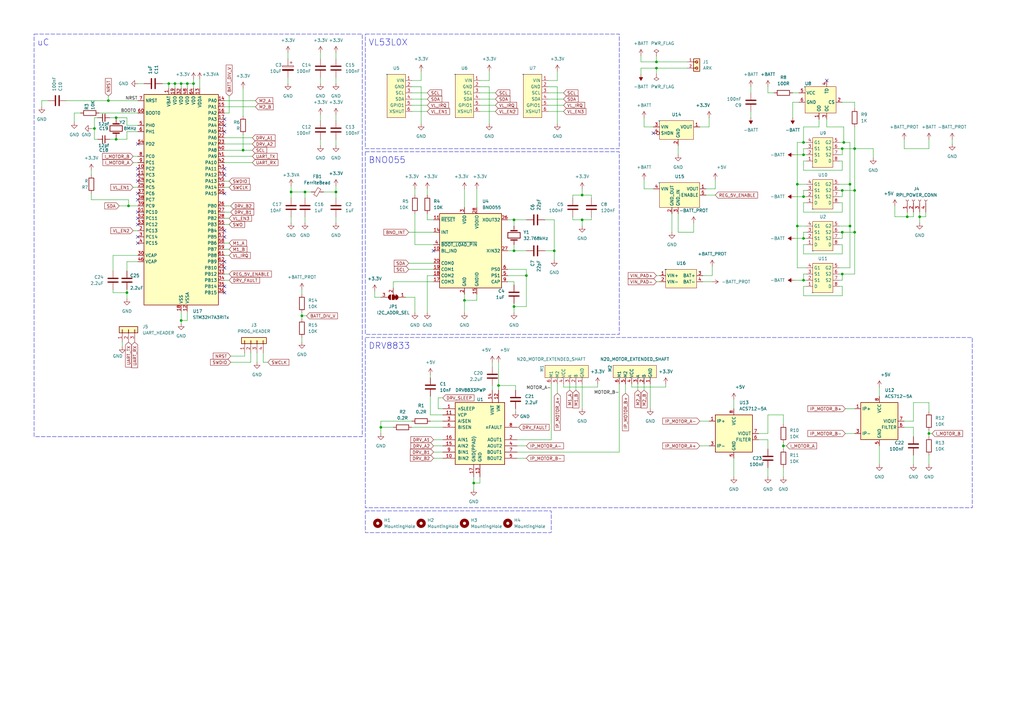
<source format=kicad_sch>
(kicad_sch (version 20230121) (generator eeschema)
  (paper "A3")
  (lib_symbols
    (symbol "691103110002:691103110002" (pin_names (offset 1.016))
      (property "Reference" "J" (at -4.88 -0.922 0))
      (property "Value" "691103110002" (at -4.83 -2.58 0))
      (symbol "691103110002_0_0"
        (pin passive line (at -2.54 -5.08 90) (length 2.54) (name "~") (number "1"))
        (pin passive line (at 0 -5.08 90) (length 2.54) (name "~") (number "2"))
      )
    )
    (symbol "Connector:Conn_01x04_Socket" (pin_names (offset 1.016) hide)
      (property "Reference" "J" (at 0 5.08 0))
      (property "Value" "Conn_01x04_Socket" (at 0 -7.62 0))
      (symbol "Conn_01x04_Socket_1_1"
        (pin passive line (at -5.08 2.54 0) (length 3.81) (name "Pin_1") (number "1"))
        (pin passive line (at -5.08 0 0) (length 3.81) (name "Pin_2") (number "2"))
        (pin passive line (at -5.08 -2.54 0) (length 3.81) (name "Pin_3") (number "3"))
        (pin passive line (at -5.08 -5.08 0) (length 3.81) (name "Pin_4") (number "4"))
      )
    )
    (symbol "Connector_Generic:Conn_01x03" (pin_names (offset 1.016) hide)
      (property "Reference" "J" (at 0 5.08 0))
      (property "Value" "Conn_01x03" (at 0 -5.08 0))
      (symbol "Conn_01x03_1_1"
        (pin passive line (at -5.08 2.54 0) (length 3.81) (name "Pin_1") (number "1"))
        (pin passive line (at -5.08 0 0) (length 3.81) (name "Pin_2") (number "2"))
        (pin passive line (at -5.08 -2.54 0) (length 3.81) (name "Pin_3") (number "3"))
      )
    )
    (symbol "Connector_Generic:Conn_01x04" (pin_names (offset 1.016) hide)
      (property "Reference" "J" (at 0 5.08 0))
      (property "Value" "Conn_01x04" (at 0 -7.62 0))
      (symbol "Conn_01x04_1_1"
        (pin passive line (at -5.08 2.54 0) (length 3.81) (name "Pin_1") (number "1"))
        (pin passive line (at -5.08 0 0) (length 3.81) (name "Pin_2") (number "2"))
        (pin passive line (at -5.08 -2.54 0) (length 3.81) (name "Pin_3") (number "3"))
        (pin passive line (at -5.08 -5.08 0) (length 3.81) (name "Pin_4") (number "4"))
      )
    )
    (symbol "Device:C" (pin_numbers hide) (pin_names (offset 0.254))
      (property "Reference" "C" (at 0.635 2.54 0))
      (property "Value" "C" (at 0.635 -2.54 0))
      (symbol "C_1_1"
        (pin passive line (at 0 3.81 270) (length 2.794) (name "~") (number "1"))
        (pin passive line (at 0 -3.81 90) (length 2.794) (name "~") (number "2"))
      )
    )
    (symbol "Device:C_Polarized" (pin_numbers hide) (pin_names (offset 0.254))
      (property "Reference" "C" (at 0.635 2.54 0))
      (property "Value" "C_Polarized" (at 0.635 -2.54 0))
      (symbol "C_Polarized_1_1"
        (pin passive line (at 0 3.81 270) (length 2.794) (name "~") (number "1"))
        (pin passive line (at 0 -3.81 90) (length 2.794) (name "~") (number "2"))
      )
    )
    (symbol "Device:C_Small" (pin_numbers hide) (pin_names (offset 0.254) hide)
      (property "Reference" "C" (at 0.254 1.778 0))
      (property "Value" "C_Small" (at 0.254 -2.032 0))
      (symbol "C_Small_1_1"
        (pin passive line (at 0 2.54 270) (length 2.032) (name "~") (number "1"))
        (pin passive line (at 0 -2.54 90) (length 2.032) (name "~") (number "2"))
      )
    )
    (symbol "Device:Crystal" (pin_numbers hide) (pin_names (offset 1.016) hide)
      (property "Reference" "Y" (at 0 3.81 0))
      (property "Value" "Crystal" (at 0 -3.81 0))
      (symbol "Crystal_1_1"
        (pin passive line (at -3.81 0 0) (length 1.27) (name "1") (number "1"))
        (pin passive line (at 3.81 0 180) (length 1.27) (name "2") (number "2"))
      )
    )
    (symbol "Device:FerriteBead_Small" (pin_numbers hide) (pin_names (offset 0))
      (property "Reference" "FB" (at 1.905 1.27 0))
      (property "Value" "FerriteBead_Small" (at 1.905 -1.27 0))
      (symbol "FerriteBead_Small_1_1"
        (pin passive line (at 0 2.54 270) (length 1.27) (name "~") (number "1"))
        (pin passive line (at 0 -2.54 90) (length 1.27) (name "~") (number "2"))
      )
    )
    (symbol "Device:R" (pin_numbers hide) (pin_names (offset 0))
      (property "Reference" "R" (at 2.032 0 90))
      (property "Value" "R" (at 0 0 90))
      (symbol "R_1_1"
        (pin passive line (at 0 3.81 270) (length 1.27) (name "~") (number "1"))
        (pin passive line (at 0 -3.81 90) (length 1.27) (name "~") (number "2"))
      )
    )
    (symbol "Driver_Motor:DRV8833PWP" (pin_names (offset 1.016))
      (property "Reference" "U" (at -3.81 16.51 0))
      (property "Value" "DRV8833PWP" (at -3.81 13.97 0))
      (symbol "DRV8833PWP_1_1"
        (pin input line (at -15.24 10.16 0) (length 5.08) (name "nSLEEP") (number "1"))
        (pin input line (at -15.24 -10.16 0) (length 5.08) (name "BIN2") (number "10"))
        (pin bidirectional line (at -15.24 7.62 0) (length 5.08) (name "VCP") (number "11"))
        (pin power_in line (at 7.62 17.78 270) (length 5.08) (name "VM") (number "12"))
        (pin power_in line (at 0 -17.78 90) (length 5.08) (name "GND") (number "13"))
        (pin power_in line (at 5.08 17.78 270) (length 5.08) (name "VINT") (number "14"))
        (pin input line (at -15.24 -5.08 0) (length 5.08) (name "AIN2") (number "15"))
        (pin input line (at -15.24 -2.54 0) (length 5.08) (name "AIN1") (number "16"))
        (pin power_in line (at -2.54 -17.78 90) (length 5.08) (name "GND(PPAD)") (number "17"))
        (pin power_out line (at 15.24 -2.54 180) (length 5.08) (name "AOUT1") (number "2"))
        (pin bidirectional line (at -15.24 5.08 0) (length 5.08) (name "AISEN") (number "3"))
        (pin power_out line (at 15.24 -5.08 180) (length 5.08) (name "AOUT2") (number "4"))
        (pin power_out line (at 15.24 -10.16 180) (length 5.08) (name "BOUT2") (number "5"))
        (pin bidirectional line (at -15.24 2.54 0) (length 5.08) (name "BISEN") (number "6"))
        (pin power_out line (at 15.24 -7.62 180) (length 5.08) (name "BOUT1") (number "7"))
        (pin open_collector line (at 15.24 2.54 180) (length 5.08) (name "nFAULT") (number "8"))
        (pin input line (at -15.24 -7.62 0) (length 5.08) (name "BIN1") (number "9"))
      )
    )
    (symbol "Jumper:SolderJumper_3_Bridged12" (pin_names (offset 0) hide)
      (property "Reference" "JP" (at -2.54 -2.54 0))
      (property "Value" "SolderJumper_3_Bridged12" (at 0 2.794 0))
      (symbol "SolderJumper_3_Bridged12_1_1"
        (pin passive line (at -5.08 0 0) (length 2.54) (name "A") (number "1"))
        (pin passive line (at 0 -3.81 90) (length 2.54) (name "C") (number "2"))
        (pin passive line (at 5.08 0 180) (length 2.54) (name "B") (number "3"))
      )
    )
    (symbol "MCU_ST_STM32H7:STM32H7A3RITx"
      (property "Reference" "U" (at -15.24 44.45 0))
      (property "Value" "STM32H7A3RITx" (at 10.16 44.45 0))
      (symbol "STM32H7A3RITx_1_1"
        (pin power_in line (at -5.08 45.72 270) (length 2.54) (name "VBAT") (number "1"))
        (pin bidirectional line (at -17.78 12.7 0) (length 2.54) (name "PC2") (number "10"))
        (pin bidirectional line (at -17.78 10.16 0) (length 2.54) (name "PC3") (number "11"))
        (pin power_in line (at 2.54 -45.72 90) (length 2.54) (name "VSSA") (number "12"))
        (pin power_in line (at 7.62 45.72 270) (length 2.54) (name "VDDA") (number "13"))
        (pin bidirectional line (at 17.78 40.64 180) (length 2.54) (name "PA0") (number "14"))
        (pin bidirectional line (at 17.78 38.1 180) (length 2.54) (name "PA1") (number "15"))
        (pin bidirectional line (at 17.78 35.56 180) (length 2.54) (name "PA2") (number "16"))
        (pin bidirectional line (at 17.78 33.02 180) (length 2.54) (name "PA3") (number "17"))
        (pin power_in line (at 0 -45.72 90) (length 2.54) (name "VSS") (number "18"))
        (pin power_in line (at -2.54 45.72 270) (length 2.54) (name "VDD") (number "19"))
        (pin bidirectional line (at -17.78 -12.7 0) (length 2.54) (name "PC13") (number "2"))
        (pin bidirectional line (at 17.78 30.48 180) (length 2.54) (name "PA4") (number "20"))
        (pin bidirectional line (at 17.78 27.94 180) (length 2.54) (name "PA5") (number "21"))
        (pin bidirectional line (at 17.78 25.4 180) (length 2.54) (name "PA6") (number "22"))
        (pin bidirectional line (at 17.78 22.86 180) (length 2.54) (name "PA7") (number "23"))
        (pin bidirectional line (at -17.78 7.62 0) (length 2.54) (name "PC4") (number "24"))
        (pin bidirectional line (at -17.78 5.08 0) (length 2.54) (name "PC5") (number "25"))
        (pin bidirectional line (at 17.78 -2.54 180) (length 2.54) (name "PB0") (number "26"))
        (pin bidirectional line (at 17.78 -5.08 180) (length 2.54) (name "PB1") (number "27"))
        (pin bidirectional line (at 17.78 -7.62 180) (length 2.54) (name "PB2") (number "28"))
        (pin bidirectional line (at 17.78 -27.94 180) (length 2.54) (name "PB10") (number "29"))
        (pin bidirectional line (at -17.78 -15.24 0) (length 2.54) (name "PC14") (number "3"))
        (pin power_out line (at -17.78 -22.86 0) (length 2.54) (name "VCAP") (number "30"))
        (pin passive line (at 0 -45.72 90) (length 2.54) hide (name "VSS") (number "31"))
        (pin power_in line (at 0 45.72 270) (length 2.54) (name "VDD") (number "32"))
        (pin bidirectional line (at 17.78 -30.48 180) (length 2.54) (name "PB12") (number "33"))
        (pin bidirectional line (at 17.78 -33.02 180) (length 2.54) (name "PB13") (number "34"))
        (pin bidirectional line (at 17.78 -35.56 180) (length 2.54) (name "PB14") (number "35"))
        (pin bidirectional line (at 17.78 -38.1 180) (length 2.54) (name "PB15") (number "36"))
        (pin bidirectional line (at -17.78 2.54 0) (length 2.54) (name "PC6") (number "37"))
        (pin bidirectional line (at -17.78 0 0) (length 2.54) (name "PC7") (number "38"))
        (pin bidirectional line (at -17.78 -2.54 0) (length 2.54) (name "PC9") (number "39"))
        (pin bidirectional line (at -17.78 -17.78 0) (length 2.54) (name "PC15") (number "4"))
        (pin bidirectional line (at 17.78 20.32 180) (length 2.54) (name "PA8") (number "40"))
        (pin bidirectional line (at 17.78 17.78 180) (length 2.54) (name "PA9") (number "41"))
        (pin bidirectional line (at 17.78 15.24 180) (length 2.54) (name "PA10") (number "42"))
        (pin bidirectional line (at 17.78 12.7 180) (length 2.54) (name "PA11") (number "43"))
        (pin bidirectional line (at 17.78 10.16 180) (length 2.54) (name "PA12") (number "44"))
        (pin bidirectional line (at 17.78 7.62 180) (length 2.54) (name "PA13") (number "45"))
        (pin power_out line (at -17.78 -25.4 0) (length 2.54) (name "VCAP") (number "46"))
        (pin passive line (at 0 -45.72 90) (length 2.54) hide (name "VSS") (number "47"))
        (pin power_in line (at 2.54 45.72 270) (length 2.54) (name "VDD") (number "48"))
        (pin bidirectional line (at 17.78 5.08 180) (length 2.54) (name "PA14") (number "49"))
        (pin bidirectional line (at -17.78 30.48 0) (length 2.54) (name "PH0") (number "5"))
        (pin bidirectional line (at 17.78 2.54 180) (length 2.54) (name "PA15") (number "50"))
        (pin bidirectional line (at -17.78 -5.08 0) (length 2.54) (name "PC10") (number "51"))
        (pin bidirectional line (at -17.78 -7.62 0) (length 2.54) (name "PC11") (number "52"))
        (pin bidirectional line (at -17.78 -10.16 0) (length 2.54) (name "PC12") (number "53"))
        (pin bidirectional line (at -17.78 22.86 0) (length 2.54) (name "PD2") (number "54"))
        (pin bidirectional line (at 17.78 -10.16 180) (length 2.54) (name "PB3") (number "55"))
        (pin bidirectional line (at 17.78 -12.7 180) (length 2.54) (name "PB4") (number "56"))
        (pin bidirectional line (at 17.78 -15.24 180) (length 2.54) (name "PB5") (number "57"))
        (pin bidirectional line (at 17.78 -17.78 180) (length 2.54) (name "PB6") (number "58"))
        (pin bidirectional line (at 17.78 -20.32 180) (length 2.54) (name "PB7") (number "59"))
        (pin bidirectional line (at -17.78 27.94 0) (length 2.54) (name "PH1") (number "6"))
        (pin input line (at -17.78 35.56 0) (length 2.54) (name "BOOT0") (number "60"))
        (pin bidirectional line (at 17.78 -22.86 180) (length 2.54) (name "PB8") (number "61"))
        (pin bidirectional line (at 17.78 -25.4 180) (length 2.54) (name "PB9") (number "62"))
        (pin passive line (at 0 -45.72 90) (length 2.54) hide (name "VSS") (number "63"))
        (pin power_in line (at 5.08 45.72 270) (length 2.54) (name "VDD") (number "64"))
        (pin input line (at -17.78 40.64 0) (length 2.54) (name "NRST") (number "7"))
        (pin bidirectional line (at -17.78 17.78 0) (length 2.54) (name "PC0") (number "8"))
        (pin bidirectional line (at -17.78 15.24 0) (length 2.54) (name "PC1") (number "9"))
      )
    )
    (symbol "Mechanical:MountingHole" (pin_names (offset 1.016))
      (property "Reference" "H" (at 0 5.08 0))
      (property "Value" "MountingHole" (at 0 3.175 0))
    )
    (symbol "Sensor_Current:ACS712xLCTR-05B"
      (property "Reference" "U" (at 2.54 11.43 0))
      (property "Value" "ACS712xLCTR-05B" (at 2.54 8.89 0))
      (symbol "ACS712xLCTR-05B_1_1"
        (pin passive line (at -10.16 5.08 0) (length 2.54) (name "IP+") (number "1"))
        (pin passive line (at -10.16 5.08 0) (length 2.54) hide (name "IP+") (number "2"))
        (pin passive line (at -10.16 -5.08 0) (length 2.54) (name "IP-") (number "3"))
        (pin passive line (at -10.16 -5.08 0) (length 2.54) hide (name "IP-") (number "4"))
        (pin power_in line (at 0 -10.16 90) (length 2.54) (name "GND") (number "5"))
        (pin passive line (at 10.16 -2.54 180) (length 2.54) (name "FILTER") (number "6"))
        (pin output line (at 10.16 0 180) (length 2.54) (name "VIOUT") (number "7"))
        (pin power_in line (at 0 10.16 270) (length 2.54) (name "VCC") (number "8"))
      )
    )
    (symbol "Sensor_Motion:BNO055"
      (property "Reference" "U" (at -11.43 16.51 0))
      (property "Value" "BNO055" (at 12.7 16.51 0))
      (symbol "BNO055_1_1"
        (pin no_connect line (at -12.7 10.16 0) (length 2.54) hide (name "PIN1") (number "1"))
        (pin output line (at -15.24 0 0) (length 2.54) (name "BL_IND") (number "10"))
        (pin input line (at -15.24 12.7 0) (length 2.54) (name "~{RESET}") (number "11"))
        (pin no_connect line (at 12.7 10.16 180) (length 2.54) hide (name "PIN12") (number "12"))
        (pin no_connect line (at 12.7 7.62 180) (length 2.54) hide (name "PIN13") (number "13"))
        (pin output line (at -15.24 7.62 0) (length 2.54) (name "INT") (number "14"))
        (pin power_in line (at 2.54 -17.78 90) (length 2.54) (name "GNDIO") (number "15"))
        (pin passive line (at 2.54 -17.78 90) (length 2.54) hide (name "GNDIO") (number "16"))
        (pin input line (at -15.24 -12.7 0) (length 2.54) (name "COM3") (number "17"))
        (pin passive line (at -15.24 -10.16 0) (length 2.54) (name "COM2") (number "18"))
        (pin bidirectional line (at -15.24 -7.62 0) (length 2.54) (name "COM1") (number "19"))
        (pin power_in line (at -2.54 -17.78 90) (length 2.54) (name "GND") (number "2"))
        (pin bidirectional line (at -15.24 -5.08 0) (length 2.54) (name "COM0") (number "20"))
        (pin no_connect line (at 12.7 5.08 180) (length 2.54) hide (name "PIN21") (number "21"))
        (pin no_connect line (at 12.7 2.54 180) (length 2.54) hide (name "PIN22") (number "22"))
        (pin no_connect line (at 12.7 -2.54 180) (length 2.54) hide (name "PIN23") (number "23"))
        (pin no_connect line (at 12.7 -5.08 180) (length 2.54) hide (name "PIN24") (number "24"))
        (pin passive line (at 2.54 -17.78 90) (length 2.54) hide (name "GNDIO") (number "25"))
        (pin output line (at 15.24 12.7 180) (length 2.54) (name "XOUT32") (number "26"))
        (pin input line (at 15.24 0 180) (length 2.54) (name "XIN32") (number "27"))
        (pin power_in line (at 2.54 17.78 270) (length 2.54) (name "VDDIO") (number "28"))
        (pin power_in line (at -2.54 17.78 270) (length 2.54) (name "VDD") (number "3"))
        (pin input line (at -15.24 2.54 0) (length 2.54) (name "~{BOOT_LOAD_PIN}") (number "4"))
        (pin input line (at 15.24 -10.16 180) (length 2.54) (name "PS1") (number "5"))
        (pin input line (at 15.24 -7.62 180) (length 2.54) (name "PS0") (number "6"))
        (pin no_connect line (at -12.7 5.08 0) (length 2.54) hide (name "PIN7") (number "7"))
        (pin no_connect line (at -12.7 -2.54 0) (length 2.54) hide (name "PIN8") (number "8"))
        (pin passive line (at 15.24 -12.7 180) (length 2.54) (name "CAP") (number "9"))
      )
    )
    (symbol "pololu:+BATT_PROT" (power) (pin_names (offset 0))
      (property "Value" "+BATT_PROT" (at 0 3.81 0))
      (symbol "+BATT_PROT_1_1"
        (pin power_in line (at 0 0 90) (length 0) hide (name "+BATT_PROT") (number "1"))
      )
    )
    (symbol "pololu:-BATT_PROT" (power) (pin_names (offset 0))
      (property "Value" "-BATT_PROT" (at 0 3.81 0))
      (symbol "-BATT_PROT_1_1"
        (pin power_in line (at 0 0 90) (length 0) hide (name "-BATT_PROT") (number "1"))
      )
    )
    (symbol "pololu:8205A"
      (property "Reference" "U" (at 1.27 1.27 0))
      (symbol "8205A_1_1"
        (pin output line (at -2.54 -2.54 0) (length 2.54) (name "D") (number "1"))
        (pin input line (at -2.54 -5.08 0) (length 2.54) (name "S1") (number "2"))
        (pin input line (at -2.54 -7.62 0) (length 2.54) (name "S1") (number "3"))
        (pin input line (at -2.54 -10.16 0) (length 2.54) (name "G1") (number "4"))
        (pin input line (at 10.795 -10.16 180) (length 2.54) (name "G2") (number "5"))
        (pin input line (at 10.795 -7.62 180) (length 2.54) (name "S2") (number "6"))
        (pin input line (at 10.795 -5.08 180) (length 2.54) (name "S2") (number "7"))
        (pin output line (at 10.795 -2.54 180) (length 2.54) (name "D") (number "8"))
      )
    )
    (symbol "pololu:DW01"
      (property "Reference" "U" (at 6.35 -5.08 0))
      (symbol "DW01_1_1"
        (pin output line (at 5.715 -13.335 90) (length 2.54) (name "OD") (number "1"))
        (pin input line (at 15.24 -6.35 180) (length 2.54) (name "CS") (number "2"))
        (pin output line (at 8.89 -13.335 90) (length 2.54) (name "OC") (number "3"))
        (pin output line (at 8.89 2.54 270) (length 2.54) (name "TD") (number "4"))
        (pin power_in line (at -2.54 -2.54 0) (length 2.54) (name "VCC") (number "5"))
        (pin power_in line (at -2.54 -6.35 0) (length 2.54) (name "GND") (number "6"))
      )
    )
    (symbol "pololu:N20_MOTOR_EXTENDED_SHAFT" (pin_names (offset 0.002))
      (property "Reference" "M" (at 2.54 -19.05 0))
      (property "Value" "N20_MOTOR_EXTENDED_SHAFT" (at 13.97 1.27 0))
      (symbol "N20_MOTOR_EXTENDED_SHAFT_1_1"
        (pin power_in line (at 7.62 -15.24 180) (length 2.54) (name "GND") (number "1"))
        (pin output line (at 7.62 -12.7 180) (length 2.54) (name "B") (number "2"))
        (pin output line (at 7.62 -10.16 180) (length 2.54) (name "A") (number "3"))
        (pin power_in line (at 7.62 -7.62 180) (length 2.54) (name "VCC") (number "4"))
        (pin input line (at 7.62 -5.08 180) (length 2.54) (name "M2") (number "5"))
        (pin input line (at 7.62 -2.54 180) (length 2.54) (name "M1") (number "6"))
      )
    )
    (symbol "pololu:S7V8F3"
      (property "Reference" "U" (at 1.27 1.27 0))
      (symbol "S7V8F3_1_1"
        (pin power_out line (at 16.51 -2.54 180) (length 2.54) (name "VOUT") (number "1"))
        (pin power_in line (at 7.62 -10.16 90) (length 2.54) (name "GND") (number "2"))
        (pin power_in line (at -2.54 -2.54 0) (length 2.54) (name "VIN") (number "3"))
        (pin input inverted (at -2.54 -5.08 0) (length 2.54) (name "SHDN") (number "4"))
      )
    )
    (symbol "pololu:TP5100"
      (property "Reference" "U" (at 1.27 1.27 0))
      (symbol "TP5100_1_1"
        (pin power_in line (at -2.54 -2.54 0) (length 2.54) (name "VIN+") (number "1"))
        (pin power_in line (at -2.54 -5.08 0) (length 2.54) (name "VIN-") (number "2"))
        (pin output line (at 15.24 -2.54 180) (length 2.54) (name "BAT+") (number "3"))
        (pin output line (at 15.24 -5.08 180) (length 2.54) (name "BAT-") (number "4"))
      )
    )
    (symbol "pololu:U3V70F5"
      (property "Reference" "U" (at 1.27 1.27 0))
      (symbol "U3V70F5_1_1"
        (pin power_out line (at 19.05 -2.54 180) (length 2.54) (name "VOUT") (number "1"))
        (pin power_in line (at 5.08 -12.7 90) (length 2.54) (name "GND_OUT") (number "2"))
        (pin power_in line (at 7.62 -12.7 90) (length 2.54) (name "GND_IN") (number "3"))
        (pin power_in line (at -2.54 -2.54 0) (length 2.54) (name "VIN") (number "4"))
        (pin input line (at 19.05 -5.08 180) (length 2.54) (name "ENABLE") (number "5"))
      )
    )
    (symbol "pololu:VL53L0X"
      (property "Reference" "U" (at 1.27 1.27 0))
      (symbol "VL53L0X_1_1"
        (pin power_in line (at 10.16 -2.54 180) (length 2.54) (name "VIN") (number "1"))
        (pin power_in line (at 10.16 -5.08 180) (length 2.54) (name "GND") (number "2"))
        (pin input line (at 10.16 -7.62 180) (length 2.54) (name "SCL") (number "3"))
        (pin bidirectional line (at 10.16 -10.16 180) (length 2.54) (name "SDA") (number "4"))
        (pin output line (at 10.16 -12.7 180) (length 2.54) (name "GPIO1") (number "5"))
        (pin input line (at 10.16 -15.24 180) (length 2.54) (name "XSHUT") (number "6"))
      )
    )
    (symbol "power:+3.3V" (power) (pin_names (offset 0))
      (property "Value" "+3.3V" (at 0 3.556 0))
      (symbol "+3.3V_1_1"
        (pin power_in line (at 0 0 90) (length 0) hide (name "+3.3V") (number "1"))
      )
    )
    (symbol "power:+3.3VA" (power) (pin_names (offset 0))
      (property "Value" "+3.3VA" (at 0 3.556 0))
      (symbol "+3.3VA_1_1"
        (pin power_in line (at 0 0 90) (length 0) hide (name "+3.3VA") (number "1"))
      )
    )
    (symbol "power:+5V" (power) (pin_names (offset 0))
      (property "Value" "+5V" (at 0 3.556 0))
      (symbol "+5V_1_1"
        (pin power_in line (at 0 0 90) (length 0) hide (name "+5V") (number "1"))
      )
    )
    (symbol "power:+BATT" (power) (pin_names (offset 0))
      (property "Value" "+BATT" (at 0 3.556 0))
      (symbol "+BATT_1_1"
        (pin power_in line (at 0 0 90) (length 0) hide (name "+BATT") (number "1"))
      )
    )
    (symbol "power:-BATT" (power) (pin_names (offset 0))
      (property "Value" "-BATT" (at 0 3.556 0))
      (symbol "-BATT_1_1"
        (pin power_in line (at 0 0 90) (length 0) hide (name "-BATT") (number "1"))
      )
    )
    (symbol "power:GND" (power) (pin_names (offset 0))
      (property "Value" "GND" (at 0 -3.81 0))
      (symbol "GND_1_1"
        (pin power_in line (at 0 0 270) (length 0) hide (name "GND") (number "1"))
      )
    )
    (symbol "power:PWR_FLAG" (power) (pin_numbers hide) (pin_names (offset 0) hide)
      (property "Value" "PWR_FLAG" (at 0 3.81 0))
      (symbol "PWR_FLAG_0_0"
        (pin power_out line (at 0 0 90) (length 0) (name "pwr") (number "1"))
      )
    )
  )
  (junction (at 377.19 88.9))
  (junction (at 350.52 78.105))
  (junction (at 79.375 34.29))
  (junction (at 238.76 90.17))
  (junction (at 137.795 78.74))
  (junction (at 47.625 57.15))
  (junction (at 44.45 41.275))
  (junction (at 71.755 34.29))
  (junction (at 346.075 58.42))
  (junction (at 321.31 182.88))
  (junction (at 52.07 120.015))
  (junction (at 215.9 113.03))
  (junction (at 125.095 78.74))
  (junction (at 345.44 95.25))
  (junction (at 350.52 95.25))
  (junction (at 74.295 34.29))
  (junction (at 269.24 27.94))
  (junction (at 327.025 75.565))
  (junction (at 52.705 84.455))
  (junction (at 345.44 78.105))
  (junction (at 190.5 123.19))
  (junction (at 329.565 63.5))
  (junction (at 38.735 52.705))
  (junction (at 210.82 125.73))
  (junction (at 194.31 198.12))
  (junction (at 329.565 58.42))
  (junction (at 269.24 25.4))
  (junction (at 69.215 34.29))
  (junction (at 348.615 75.565))
  (junction (at 345.44 60.96))
  (junction (at 210.82 102.87))
  (junction (at 99.695 61.595))
  (junction (at 74.295 131.445))
  (junction (at 327.025 92.71))
  (junction (at 123.825 129.54))
  (junction (at 238.76 80.01))
  (junction (at 372.11 88.9))
  (junction (at 119.38 78.74))
  (junction (at 329.565 97.79))
  (junction (at 381 177.8))
  (junction (at 76.835 34.29))
  (junction (at 350.52 60.96))
  (junction (at 156.21 175.26))
  (junction (at 210.82 90.17))
  (junction (at 345.44 112.395))
  (junction (at 329.565 114.935))
  (junction (at 329.565 80.645))
  (junction (at 227.33 102.87))
  (junction (at 204.47 158.115))
  (junction (at 348.615 92.71))
  (junction (at 47.625 48.26))
  (no_connect (at 92.075 71.755))
  (no_connect (at 56.515 79.375))
  (no_connect (at 92.075 53.975))
  (no_connect (at 56.515 89.535))
  (no_connect (at 92.075 117.475))
  (no_connect (at 56.515 59.055))
  (no_connect (at 177.8 102.87))
  (no_connect (at 92.075 107.315))
  (no_connect (at 56.515 74.295))
  (no_connect (at 56.515 69.215))
  (no_connect (at 92.075 51.435))
  (no_connect (at 92.075 79.375))
  (no_connect (at 339.09 33.02))
  (no_connect (at 92.075 69.215))
  (no_connect (at 92.075 120.015))
  (no_connect (at 56.515 86.995))
  (no_connect (at 56.515 97.155))
  (no_connect (at 267.97 54.61))
  (no_connect (at 92.075 94.615))
  (no_connect (at 56.515 71.755))
  (no_connect (at 56.515 99.695))
  (no_connect (at 56.515 92.075))
  (no_connect (at 92.075 48.895))
  (no_connect (at 92.075 97.155))
  (no_connect (at 56.515 81.915))
  (no_connect (at 92.075 109.855))
  (wire (pts (xy 329.565 80.645) (xy 330.835 80.645)))
  (wire (pts (xy 224.79 38.1) (xy 231.14 38.1)))
  (wire (pts (xy 66.675 34.29) (xy 69.215 34.29)))
  (wire (pts (xy 314.96 191.77) (xy 314.96 195.58)))
  (wire (pts (xy 350.52 60.96) (xy 358.14 60.96)))
  (wire (pts (xy 345.44 83.185) (xy 344.17 83.185)))
  (wire (pts (xy 179.705 167.64) (xy 181.61 167.64)))
  (wire (pts (xy 348.615 92.71) (xy 348.615 109.855)))
  (wire (pts (xy 196.85 195.58) (xy 196.85 198.12)))
  (wire (pts (xy 177.8 115.57) (xy 161.29 115.57)))
  (wire (pts (xy 215.9 110.49) (xy 215.9 113.03)))
  (wire (pts (xy 212.09 185.42) (xy 254 185.42)))
  (wire (pts (xy 234.95 80.01) (xy 234.95 81.28)))
  (wire (pts (xy 345.44 86.995) (xy 345.44 83.185)))
  (wire (pts (xy 350.52 95.25) (xy 345.44 95.25)))
  (wire (pts (xy 262.89 22.86) (xy 262.89 25.4)))
  (wire (pts (xy 76.835 131.445) (xy 74.295 131.445)))
  (wire (pts (xy 50.165 140.335) (xy 50.165 142.24)))
  (wire (pts (xy 238.76 80.01) (xy 234.95 80.01)))
  (wire (pts (xy 168.91 40.64) (xy 175.26 40.64)))
  (wire (pts (xy 99.695 61.595) (xy 103.505 61.595)))
  (wire (pts (xy 234.95 90.17) (xy 234.95 88.9)))
  (wire (pts (xy 52.07 48.26) (xy 52.07 51.435)))
  (wire (pts (xy 168.91 172.72) (xy 156.21 172.72)))
  (wire (pts (xy 170.18 100.33) (xy 170.18 87.63)))
  (wire (pts (xy 92.075 114.935) (xy 93.98 114.935)))
  (wire (pts (xy 262.89 25.4) (xy 269.24 25.4)))
  (wire (pts (xy 47.625 56.515) (xy 47.625 57.15)))
  (wire (pts (xy 79.375 36.195) (xy 79.375 34.29)))
  (wire (pts (xy 269.24 115.57) (xy 270.51 115.57)))
  (wire (pts (xy 370.84 175.26) (xy 374.65 175.26)))
  (wire (pts (xy 236.22 157.48) (xy 236.22 160.02)))
  (wire (pts (xy 74.295 36.195) (xy 74.295 34.29)))
  (wire (pts (xy 379.73 88.9) (xy 377.19 88.9)))
  (wire (pts (xy 329.565 114.935) (xy 330.835 114.935)))
  (wire (pts (xy 329.565 86.995) (xy 345.44 86.995)))
  (wire (pts (xy 46.355 104.775) (xy 46.355 111.125)))
  (wire (pts (xy 33.02 46.355) (xy 30.48 46.355)))
  (wire (pts (xy 346.075 52.07) (xy 346.075 58.42)))
  (wire (pts (xy 344.17 60.96) (xy 345.44 60.96)))
  (wire (pts (xy 92.075 99.695) (xy 93.98 99.695)))
  (wire (pts (xy 190.5 123.19) (xy 190.5 128.27)))
  (wire (pts (xy 44.45 39.37) (xy 44.45 41.275)))
  (wire (pts (xy 307.975 35.56) (xy 307.975 38.1)))
  (wire (pts (xy 329.565 58.42) (xy 329.565 52.07)))
  (wire (pts (xy 161.29 115.57) (xy 161.29 118.11)))
  (wire (pts (xy 231.14 158.75) (xy 245.11 158.75)))
  (wire (pts (xy 131.445 31.75) (xy 131.445 34.29)))
  (wire (pts (xy 76.835 34.29) (xy 74.295 34.29)))
  (wire (pts (xy 107.95 144.78) (xy 107.95 148.59)))
  (wire (pts (xy 37.465 79.375) (xy 37.465 81.915)))
  (wire (pts (xy 314.96 180.34) (xy 314.96 184.15)))
  (wire (pts (xy 172.72 33.02) (xy 172.72 29.21)))
  (wire (pts (xy 52.07 53.975) (xy 56.515 53.975)))
  (wire (pts (xy 132.715 78.74) (xy 137.795 78.74)))
  (wire (pts (xy 195.58 77.47) (xy 195.58 85.09)))
  (wire (pts (xy 327.025 109.855) (xy 330.835 109.855)))
  (wire (pts (xy 374.65 186.69) (xy 374.65 190.5)))
  (wire (pts (xy 238.76 90.17) (xy 238.76 92.71)))
  (wire (pts (xy 345.44 60.96) (xy 350.52 60.96)))
  (wire (pts (xy 47.625 48.26) (xy 52.07 48.26)))
  (wire (pts (xy 367.03 88.9) (xy 372.11 88.9)))
  (wire (pts (xy 201.93 158.115) (xy 201.93 160.02)))
  (wire (pts (xy 156.21 175.26) (xy 156.21 177.8)))
  (wire (pts (xy 181.61 163.195) (xy 179.705 163.195)))
  (wire (pts (xy 119.38 78.74) (xy 119.38 81.28)))
  (wire (pts (xy 118.11 31.75) (xy 118.11 34.29)))
  (wire (pts (xy 381 186.69) (xy 381 190.5)))
  (wire (pts (xy 99.695 36.195) (xy 99.695 47.625)))
  (wire (pts (xy 381 177.8) (xy 381 179.07)))
  (wire (pts (xy 339.09 48.895) (xy 339.09 52.07)))
  (wire (pts (xy 79.375 34.29) (xy 76.835 34.29)))
  (wire (pts (xy 344.17 80.645) (xy 345.44 80.645)))
  (wire (pts (xy 200.66 35.56) (xy 200.66 50.8)))
  (wire (pts (xy 381 165.1) (xy 374.65 165.1)))
  (wire (pts (xy 107.95 148.59) (xy 109.855 148.59)))
  (wire (pts (xy 175.26 77.47) (xy 175.26 80.01)))
  (wire (pts (xy 102.87 144.78) (xy 102.87 148.59)))
  (wire (pts (xy 177.8 100.33) (xy 170.18 100.33)))
  (wire (pts (xy 287.02 172.72) (xy 290.83 172.72)))
  (wire (pts (xy 195.58 120.65) (xy 195.58 123.19)))
  (wire (pts (xy 208.28 113.03) (xy 215.9 113.03)))
  (wire (pts (xy 223.52 90.17) (xy 227.33 90.17)))
  (wire (pts (xy 27.305 41.275) (xy 44.45 41.275)))
  (wire (pts (xy 350.52 95.25) (xy 350.52 112.395)))
  (wire (pts (xy 330.835 78.105) (xy 329.565 78.105)))
  (wire (pts (xy 350.52 52.07) (xy 350.52 60.96)))
  (wire (pts (xy 300.99 187.96) (xy 300.99 195.58)))
  (wire (pts (xy 137.795 78.74) (xy 137.795 81.28)))
  (wire (pts (xy 137.795 31.75) (xy 137.795 34.29)))
  (wire (pts (xy 345.44 69.85) (xy 345.44 66.04)))
  (wire (pts (xy 211.455 160.02) (xy 211.455 158.115)))
  (wire (pts (xy 167.64 95.25) (xy 177.8 95.25)))
  (wire (pts (xy 238.76 80.01) (xy 242.57 80.01)))
  (wire (pts (xy 254 185.42) (xy 254 157.48)))
  (wire (pts (xy 56.515 104.775) (xy 46.355 104.775)))
  (wire (pts (xy 92.075 66.675) (xy 103.505 66.675)))
  (wire (pts (xy 40.64 46.355) (xy 56.515 46.355)))
  (wire (pts (xy 92.075 41.275) (xy 104.775 41.275)))
  (wire (pts (xy 325.755 97.79) (xy 329.565 97.79)))
  (wire (pts (xy 52.07 51.435) (xy 56.515 51.435)))
  (wire (pts (xy 92.075 86.995) (xy 94.615 86.995)))
  (wire (pts (xy 81.915 32.385) (xy 81.915 36.195)))
  (wire (pts (xy 196.85 43.18) (xy 203.2 43.18)))
  (wire (pts (xy 123.825 138.43) (xy 123.825 140.335)))
  (wire (pts (xy 269.24 113.03) (xy 270.51 113.03)))
  (wire (pts (xy 261.62 157.48) (xy 261.62 160.02)))
  (wire (pts (xy 266.7 157.48) (xy 266.7 167.64)))
  (wire (pts (xy 54.61 64.135) (xy 56.515 64.135)))
  (wire (pts (xy 350.52 78.105) (xy 345.44 78.105)))
  (wire (pts (xy 131.445 46.99) (xy 131.445 49.53)))
  (wire (pts (xy 269.24 25.4) (xy 281.94 25.4)))
  (wire (pts (xy 212.09 175.26) (xy 212.725 175.26)))
  (wire (pts (xy 168.91 33.02) (xy 172.72 33.02)))
  (wire (pts (xy 370.84 172.72) (xy 374.65 172.72)))
  (wire (pts (xy 167.64 107.95) (xy 177.8 107.95)))
  (wire (pts (xy 168.91 38.1) (xy 175.26 38.1)))
  (wire (pts (xy 92.075 92.075) (xy 93.98 92.075)))
  (wire (pts (xy 177.8 185.42) (xy 181.61 185.42)))
  (wire (pts (xy 344.17 63.5) (xy 345.44 63.5)))
  (wire (pts (xy 329.565 112.395) (xy 329.565 114.935)))
  (wire (pts (xy 194.31 198.12) (xy 196.85 198.12)))
  (wire (pts (xy 292.1 113.03) (xy 292.1 109.22)))
  (wire (pts (xy 264.16 48.26) (xy 264.16 52.07)))
  (wire (pts (xy 330.835 100.33) (xy 329.565 100.33)))
  (wire (pts (xy 92.075 59.055) (xy 103.505 59.055)))
  (wire (pts (xy 92.075 61.595) (xy 99.695 61.595)))
  (wire (pts (xy 196.85 45.72) (xy 203.2 45.72)))
  (wire (pts (xy 264.16 52.07) (xy 267.97 52.07)))
  (wire (pts (xy 212.09 182.88) (xy 215.9 182.88)))
  (wire (pts (xy 311.15 180.34) (xy 314.96 180.34)))
  (wire (pts (xy 314.96 38.1) (xy 314.96 35.56)))
  (wire (pts (xy 40.005 48.26) (xy 38.735 48.26)))
  (wire (pts (xy 131.445 21.59) (xy 131.445 24.13)))
  (wire (pts (xy 190.5 77.47) (xy 190.5 85.09)))
  (wire (pts (xy 321.31 191.77) (xy 321.31 195.58)))
  (wire (pts (xy 381 177.8) (xy 382.27 177.8)))
  (wire (pts (xy 327.66 41.91) (xy 325.12 41.91)))
  (wire (pts (xy 231.14 157.48) (xy 231.14 158.75)))
  (wire (pts (xy 93.98 39.37) (xy 93.98 46.355)))
  (wire (pts (xy 170.18 121.92) (xy 170.18 128.27)))
  (wire (pts (xy 379.73 86.995) (xy 379.73 88.9)))
  (wire (pts (xy 123.825 118.745) (xy 123.825 120.65)))
  (wire (pts (xy 321.31 182.88) (xy 322.58 182.88)))
  (wire (pts (xy 76.835 36.195) (xy 76.835 34.29)))
  (wire (pts (xy 52.705 84.455) (xy 56.515 84.455)))
  (wire (pts (xy 327.025 92.71) (xy 327.025 109.855)))
  (wire (pts (xy 74.295 34.29) (xy 71.755 34.29)))
  (wire (pts (xy 40.005 57.15) (xy 38.735 57.15)))
  (wire (pts (xy 367.03 84.455) (xy 367.03 88.9)))
  (wire (pts (xy 269.24 27.94) (xy 269.24 30.48)))
  (wire (pts (xy 374.65 175.26) (xy 374.65 179.07)))
  (wire (pts (xy 194.31 198.12) (xy 194.31 200.66)))
  (wire (pts (xy 93.98 46.355) (xy 92.075 46.355)))
  (wire (pts (xy 137.795 57.15) (xy 137.795 59.69)))
  (wire (pts (xy 210.82 125.73) (xy 210.82 128.27)))
  (wire (pts (xy 325.755 114.935) (xy 329.565 114.935)))
  (wire (pts (xy 227.33 102.87) (xy 223.52 102.87)))
  (wire (pts (xy 293.37 77.47) (xy 293.37 73.66)))
  (wire (pts (xy 74.295 131.445) (xy 74.295 132.715)))
  (wire (pts (xy 69.215 34.29) (xy 69.215 36.195)))
  (wire (pts (xy 346.71 177.8) (xy 350.52 177.8)))
  (wire (pts (xy 105.41 144.78) (xy 105.41 148.59)))
  (wire (pts (xy 168.91 175.26) (xy 181.61 175.26)))
  (wire (pts (xy 233.68 157.48) (xy 233.68 160.02)))
  (wire (pts (xy 118.11 21.59) (xy 118.11 24.13)))
  (wire (pts (xy 17.145 41.275) (xy 17.145 43.815)))
  (wire (pts (xy 377.19 88.9) (xy 377.19 91.44)))
  (wire (pts (xy 177.8 113.03) (xy 175.26 113.03)))
  (wire (pts (xy 256.54 157.48) (xy 256.54 161.29)))
  (wire (pts (xy 175.26 113.03) (xy 175.26 128.27)))
  (wire (pts (xy 74.295 127.635) (xy 74.295 131.445)))
  (wire (pts (xy 288.29 113.03) (xy 292.1 113.03)))
  (wire (pts (xy 238.76 90.17) (xy 234.95 90.17)))
  (wire (pts (xy 327.025 58.42) (xy 327.025 75.565)))
  (wire (pts (xy 179.705 163.195) (xy 179.705 167.64)))
  (wire (pts (xy 242.57 81.28) (xy 242.57 80.01)))
  (wire (pts (xy 381 60.96) (xy 381 57.15)))
  (wire (pts (xy 137.795 88.9) (xy 137.795 91.44)))
  (wire (pts (xy 360.68 182.88) (xy 360.68 190.5)))
  (wire (pts (xy 52.07 107.315) (xy 52.07 111.125)))
  (wire (pts (xy 69.215 34.29) (xy 71.755 34.29)))
  (wire (pts (xy 264.16 157.48) (xy 264.16 160.02)))
  (wire (pts (xy 46.355 120.015) (xy 52.07 120.015)))
  (wire (pts (xy 300.99 163.83) (xy 300.99 167.64)))
  (wire (pts (xy 330.835 58.42) (xy 329.565 58.42)))
  (wire (pts (xy 38.735 52.705) (xy 37.465 52.705)))
  (wire (pts (xy 228.6 157.48) (xy 228.6 161.29)))
  (wire (pts (xy 372.11 86.995) (xy 372.11 88.9)))
  (wire (pts (xy 345.44 117.475) (xy 344.17 117.475)))
  (wire (pts (xy 321.31 182.88) (xy 321.31 184.15)))
  (wire (pts (xy 262.89 27.94) (xy 262.89 30.48)))
  (wire (pts (xy 307.975 45.72) (xy 307.975 48.26)))
  (wire (pts (xy 92.075 43.815) (xy 104.775 43.815)))
  (wire (pts (xy 228.6 35.56) (xy 228.6 50.8)))
  (wire (pts (xy 390.525 57.15) (xy 390.525 59.055)))
  (wire (pts (xy 290.83 52.07) (xy 290.83 48.26)))
  (wire (pts (xy 210.82 90.17) (xy 210.82 92.71)))
  (wire (pts (xy 259.08 157.48) (xy 259.08 158.75)))
  (wire (pts (xy 348.615 58.42) (xy 348.615 75.565)))
  (wire (pts (xy 224.79 45.72) (xy 231.14 45.72)))
  (wire (pts (xy 321.31 173.99) (xy 321.31 170.18)))
  (wire (pts (xy 215.9 125.73) (xy 210.82 125.73)))
  (wire (pts (xy 350.52 60.96) (xy 350.52 78.105)))
  (wire (pts (xy 329.565 78.105) (xy 329.565 80.645)))
  (wire (pts (xy 264.16 73.66) (xy 264.16 77.47)))
  (wire (pts (xy 177.8 180.34) (xy 181.61 180.34)))
  (wire (pts (xy 92.075 89.535) (xy 93.98 89.535)))
  (wire (pts (xy 176.53 170.18) (xy 181.61 170.18)))
  (wire (pts (xy 381 176.53) (xy 381 177.8)))
  (wire (pts (xy 346.075 58.42) (xy 348.615 58.42)))
  (wire (pts (xy 170.18 77.47) (xy 170.18 80.01)))
  (wire (pts (xy 329.565 97.79) (xy 330.835 97.79)))
  (wire (pts (xy 52.07 120.015) (xy 52.07 122.555)))
  (wire (pts (xy 168.91 43.18) (xy 175.26 43.18)))
  (wire (pts (xy 314.96 170.18) (xy 314.96 177.8)))
  (wire (pts (xy 196.85 35.56) (xy 200.66 35.56)))
  (wire (pts (xy 156.21 172.72) (xy 156.21 175.26)))
  (wire (pts (xy 330.835 60.96) (xy 329.565 60.96)))
  (wire (pts (xy 137.795 76.2) (xy 137.795 78.74)))
  (wire (pts (xy 52.07 57.15) (xy 52.07 53.975)))
  (wire (pts (xy 167.64 110.49) (xy 177.8 110.49)))
  (wire (pts (xy 311.15 177.8) (xy 314.96 177.8)))
  (wire (pts (xy 99.695 55.245) (xy 99.695 61.595)))
  (wire (pts (xy 37.465 69.85) (xy 37.465 71.755)))
  (wire (pts (xy 327.025 75.565) (xy 327.025 92.71)))
  (wire (pts (xy 208.28 115.57) (xy 210.82 115.57)))
  (wire (pts (xy 330.835 95.25) (xy 329.565 95.25)))
  (wire (pts (xy 52.07 118.745) (xy 52.07 120.015)))
  (wire (pts (xy 345.44 80.645) (xy 345.44 78.105)))
  (wire (pts (xy 210.82 90.17) (xy 215.9 90.17)))
  (wire (pts (xy 137.795 46.99) (xy 137.795 49.53)))
  (wire (pts (xy 259.08 158.75) (xy 273.05 158.75)))
  (wire (pts (xy 177.8 182.88) (xy 181.61 182.88)))
  (wire (pts (xy 329.565 104.14) (xy 345.44 104.14)))
  (wire (pts (xy 210.82 102.87) (xy 215.9 102.87)))
  (wire (pts (xy 100.33 144.78) (xy 100.33 146.05)))
  (wire (pts (xy 210.82 124.46) (xy 210.82 125.73)))
  (wire (pts (xy 327.025 92.71) (xy 330.835 92.71)))
  (wire (pts (xy 329.565 69.85) (xy 345.44 69.85)))
  (wire (pts (xy 329.565 95.25) (xy 329.565 97.79)))
  (wire (pts (xy 204.47 158.115) (xy 204.47 160.02)))
  (wire (pts (xy 269.24 22.86) (xy 269.24 25.4)))
  (wire (pts (xy 166.37 121.92) (xy 170.18 121.92)))
  (wire (pts (xy 211.455 167.64) (xy 211.455 168.91)))
  (wire (pts (xy 329.565 66.04) (xy 329.565 69.85)))
  (wire (pts (xy 45.085 48.26) (xy 47.625 48.26)))
  (wire (pts (xy 204.47 148.59) (xy 204.47 158.115)))
  (wire (pts (xy 19.685 41.275) (xy 17.145 41.275)))
  (wire (pts (xy 228.6 33.02) (xy 228.6 29.21)))
  (wire (pts (xy 348.615 75.565) (xy 348.615 92.71)))
  (wire (pts (xy 345.44 121.285) (xy 345.44 117.475)))
  (wire (pts (xy 238.76 157.48) (xy 238.76 167.64)))
  (wire (pts (xy 153.67 121.92) (xy 153.67 119.38)))
  (wire (pts (xy 177.8 187.96) (xy 181.61 187.96)))
  (wire (pts (xy 168.91 35.56) (xy 172.72 35.56)))
  (wire (pts (xy 208.28 102.87) (xy 210.82 102.87)))
  (wire (pts (xy 350.52 41.91) (xy 350.52 44.45)))
  (wire (pts (xy 329.565 58.42) (xy 327.025 58.42)))
  (wire (pts (xy 329.565 52.07) (xy 335.915 52.07)))
  (wire (pts (xy 238.76 77.47) (xy 238.76 80.01)))
  (wire (pts (xy 190.5 120.65) (xy 190.5 123.19)))
  (wire (pts (xy 275.59 87.63) (xy 275.59 95.25)))
  (wire (pts (xy 153.67 121.92) (xy 156.21 121.92)))
  (wire (pts (xy 289.56 80.01) (xy 293.37 80.01)))
  (wire (pts (xy 227.33 90.17) (xy 227.33 102.87)))
  (wire (pts (xy 56.515 107.315) (xy 52.07 107.315)))
  (wire (pts (xy 30.48 46.355) (xy 30.48 50.165)))
  (wire (pts (xy 224.79 35.56) (xy 228.6 35.56)))
  (wire (pts (xy 329.565 100.33) (xy 329.565 104.14)))
  (wire (pts (xy 325.12 41.91) (xy 325.12 48.26)))
  (wire (pts (xy 278.13 59.69) (xy 278.13 63.5)))
  (wire (pts (xy 123.825 128.27) (xy 123.825 129.54)))
  (wire (pts (xy 224.79 43.18) (xy 231.14 43.18)))
  (wire (pts (xy 345.44 97.79) (xy 345.44 95.25)))
  (wire (pts (xy 288.29 115.57) (xy 292.1 115.57)))
  (wire (pts (xy 47.625 57.15) (xy 52.07 57.15)))
  (wire (pts (xy 262.89 27.94) (xy 269.24 27.94)))
  (wire (pts (xy 52.705 81.915) (xy 52.705 84.455)))
  (wire (pts (xy 224.79 33.02) (xy 228.6 33.02)))
  (wire (pts (xy 330.835 66.04) (xy 329.565 66.04)))
  (wire (pts (xy 176.53 162.56) (xy 176.53 170.18)))
  (wire (pts (xy 196.85 33.02) (xy 200.66 33.02)))
  (wire (pts (xy 339.09 52.07) (xy 346.075 52.07)))
  (wire (pts (xy 168.91 45.72) (xy 175.26 45.72)))
  (wire (pts (xy 360.68 158.75) (xy 360.68 162.56)))
  (wire (pts (xy 123.825 129.54) (xy 123.825 130.81)))
  (wire (pts (xy 346.075 58.42) (xy 344.17 58.42)))
  (wire (pts (xy 345.44 63.5) (xy 345.44 60.96)))
  (wire (pts (xy 289.56 77.47) (xy 293.37 77.47)))
  (wire (pts (xy 172.72 35.56) (xy 172.72 50.8)))
  (wire (pts (xy 377.19 86.995) (xy 377.19 88.9)))
  (wire (pts (xy 381 168.91) (xy 381 165.1)))
  (wire (pts (xy 321.31 170.18) (xy 314.96 170.18)))
  (wire (pts (xy 330.835 112.395) (xy 329.565 112.395)))
  (wire (pts (xy 76.835 127.635) (xy 76.835 131.445)))
  (wire (pts (xy 345.44 112.395) (xy 344.17 112.395)))
  (wire (pts (xy 119.38 88.9) (xy 119.38 91.44)))
  (wire (pts (xy 175.26 87.63) (xy 175.26 90.17)))
  (wire (pts (xy 38.735 48.26) (xy 38.735 52.705)))
  (wire (pts (xy 137.795 21.59) (xy 137.795 24.13)))
  (wire (pts (xy 156.21 175.26) (xy 161.29 175.26)))
  (wire (pts (xy 210.82 115.57) (xy 210.82 116.84)))
  (wire (pts (xy 238.76 90.17) (xy 242.57 90.17)))
  (wire (pts (xy 345.44 104.14) (xy 345.44 100.33)))
  (wire (pts (xy 372.11 88.9) (xy 374.65 88.9)))
  (wire (pts (xy 92.075 76.835) (xy 93.98 76.835)))
  (wire (pts (xy 287.02 182.88) (xy 290.83 182.88)))
  (wire (pts (xy 79.375 32.385) (xy 79.375 34.29)))
  (wire (pts (xy 48.895 84.455) (xy 52.705 84.455)))
  (wire (pts (xy 195.58 123.19) (xy 190.5 123.19)))
  (wire (pts (xy 325.12 38.1) (xy 327.66 38.1)))
  (wire (pts (xy 346.71 167.64) (xy 350.52 167.64)))
  (wire (pts (xy 127.635 78.74) (xy 125.095 78.74)))
  (wire (pts (xy 119.38 76.2) (xy 119.38 78.74)))
  (wire (pts (xy 92.075 64.135) (xy 103.505 64.135)))
  (wire (pts (xy 208.28 110.49) (xy 215.9 110.49)))
  (wire (pts (xy 224.79 40.64) (xy 231.14 40.64)))
  (wire (pts (xy 92.075 112.395) (xy 93.98 112.395)))
  (wire (pts (xy 345.44 100.33) (xy 344.17 100.33)))
  (wire (pts (xy 278.13 95.25) (xy 284.48 95.25)))
  (wire (pts (xy 325.755 80.645) (xy 329.565 80.645)))
  (wire (pts (xy 92.075 56.515) (xy 103.505 56.515)))
  (wire (pts (xy 329.565 117.475) (xy 329.565 121.285)))
  (wire (pts (xy 348.615 109.855) (xy 344.17 109.855)))
  (wire (pts (xy 212.09 187.96) (xy 215.9 187.96)))
  (wire (pts (xy 273.05 158.75) (xy 273.05 157.48)))
  (wire (pts (xy 278.13 87.63) (xy 278.13 95.25)))
  (wire (pts (xy 175.26 90.17) (xy 177.8 90.17)))
  (wire (pts (xy 196.85 38.1) (xy 203.2 38.1)))
  (wire (pts (xy 56.515 34.29) (xy 59.055 34.29)))
  (wire (pts (xy 345.44 66.04) (xy 344.17 66.04)))
  (wire (pts (xy 325.755 63.5) (xy 329.565 63.5)))
  (wire (pts (xy 330.835 117.475) (xy 329.565 117.475)))
  (wire (pts (xy 329.565 60.96) (xy 329.565 63.5)))
  (wire (pts (xy 176.53 172.72) (xy 181.61 172.72)))
  (wire (pts (xy 176.53 153.67) (xy 176.53 154.94)))
  (wire (pts (xy 71.755 34.29) (xy 71.755 36.195)))
  (wire (pts (xy 131.445 57.15) (xy 131.445 59.69)))
  (wire (pts (xy 200.66 33.02) (xy 200.66 29.21)))
  (wire (pts (xy 269.24 27.94) (xy 281.94 27.94)))
  (wire (pts (xy 358.14 60.96) (xy 358.14 64.77)))
  (wire (pts (xy 38.735 52.705) (xy 38.735 57.15)))
  (wire (pts (xy 345.44 114.935) (xy 345.44 112.395)))
  (wire (pts (xy 344.17 114.935) (xy 345.44 114.935)))
  (wire (pts (xy 211.455 158.115) (xy 204.47 158.115)))
  (wire (pts (xy 287.02 52.07) (xy 290.83 52.07)))
  (wire (pts (xy 329.565 83.185) (xy 329.565 86.995)))
  (wire (pts (xy 227.33 102.87) (xy 227.33 106.68)))
  (wire (pts (xy 329.565 63.5) (xy 330.835 63.5)))
  (wire (pts (xy 345.44 95.25) (xy 344.17 95.25)))
  (wire (pts (xy 123.825 129.54) (xy 125.73 129.54)))
  (wire (pts (xy 350.52 112.395) (xy 345.44 112.395)))
  (wire (pts (xy 374.65 88.9) (xy 374.65 86.995)))
  (wire (pts (xy 335.915 52.07) (xy 335.915 48.895)))
  (wire (pts (xy 194.31 195.58) (xy 194.31 198.12)))
  (wire (pts (xy 350.52 78.105) (xy 350.52 95.25)))
  (wire (pts (xy 264.16 77.47) (xy 267.97 77.47)))
  (wire (pts (xy 208.28 90.17) (xy 210.82 90.17)))
  (wire (pts (xy 46.355 118.745) (xy 46.355 120.015)))
  (wire (pts (xy 54.61 94.615) (xy 56.515 94.615)))
  (wire (pts (xy 47.625 48.895) (xy 47.625 48.26)))
  (wire (pts (xy 215.9 113.03) (xy 215.9 125.73)))
  (wire (pts (xy 370.84 60.96) (xy 381 60.96)))
  (wire (pts (xy 92.075 104.775) (xy 93.98 104.775)))
  (wire (pts (xy 345.44 78.105) (xy 344.17 78.105)))
  (wire (pts (xy 125.095 78.74) (xy 125.095 81.28)))
  (wire (pts (xy 196.85 40.64) (xy 203.2 40.64)))
  (wire (pts (xy 44.45 41.275) (xy 56.515 41.275)))
  (wire (pts (xy 344.17 97.79) (xy 345.44 97.79)))
  (wire (pts (xy 284.48 95.25) (xy 284.48 91.44)))
  (wire (pts (xy 92.075 84.455) (xy 94.615 84.455)))
  (wire (pts (xy 125.095 78.74) (xy 119.38 78.74)))
  (wire (pts (xy 125.095 88.9) (xy 125.095 91.44)))
  (wire (pts (xy 348.615 92.71) (xy 344.17 92.71)))
  (wire (pts (xy 242.57 88.9) (xy 242.57 90.17)))
  (wire (pts (xy 102.87 148.59) (xy 94.615 148.59)))
  (wire (pts (xy 201.93 148.59) (xy 201.93 150.495)))
  (wire (pts (xy 226.06 180.34) (xy 226.06 157.48)))
  (wire (pts (xy 330.835 83.185) (xy 329.565 83.185)))
  (wire (pts (xy 374.65 172.72) (xy 374.65 165.1)))
  (wire (pts (xy 92.075 74.295) (xy 93.98 74.295)))
  (wire (pts (xy 54.61 76.835) (xy 56.515 76.835)))
  (wire (pts (xy 345.44 41.91) (xy 350.52 41.91)))
  (wire (pts (xy 54.61 66.675) (xy 56.515 66.675)))
  (wire (pts (xy 92.075 102.235) (xy 93.98 102.235)))
  (wire (pts (xy 45.085 57.15) (xy 47.625 57.15)))
  (wire (pts (xy 370.84 57.15) (xy 370.84 60.96)))
  (wire (pts (xy 210.82 102.87) (xy 210.82 100.33)))
  (wire (pts (xy 348.615 75.565) (xy 344.17 75.565)))
  (wire (pts (xy 37.465 81.915) (xy 52.705 81.915)))
  (wire (pts (xy 321.31 181.61) (xy 321.31 182.88)))
  (wire (pts (xy 212.09 180.34) (xy 226.06 180.34)))
  (wire (pts (xy 245.11 158.75) (xy 245.11 157.48)))
  (wire (pts (xy 317.5 38.1) (xy 314.96 38.1)))
  (wire (pts (xy 327.025 75.565) (xy 330.835 75.565)))
  (wire (pts (xy 329.565 121.285) (xy 345.44 121.285)))
  (wire (pts (xy 100.33 146.05) (xy 94.615 146.05)))
  (rectangle (start 149.86 209.55) (end 226.06 218.44) (stroke (width 0) (type dash)))
  (rectangle (start 13.97 13.97) (end 148.59 179.07) (stroke (width 0) (type dash)))
  (rectangle (start 149.86 62.23) (end 254 137.16) (stroke (width 0) (type dash)))
  (rectangle (start 149.86 138.43) (end 398.78 208.28) (stroke (width 0) (type dash)))
  (rectangle (start 149.86 13.97) (end 254 60.96) (stroke (width 0) (type dash)))
  (text "DRV8833" (at 151.13 143.51 0) (effects (font (size 2.54 2.54)) (justify left bottom)))
  (text "VL53L0X" (at 151.13 19.05 0) (effects (font (size 2.54 2.54)) (justify left bottom)))
  (text "BNO055" (at 151.13 67.31 0) (effects (font (size 2.54 2.54)) (justify left bottom)))
  (text "uC" (at 15.24 19.05 0) (effects (font (size 2.54 2.54)) (justify left bottom)))
  (label "BOOT0" (at 49.53 46.355 0))
  (label "MOTOR_B-" (at 254 161.925 180))
  (label "MOTOR_A-" (at 226.06 160.02 180))
  (label "NRST" (at 51.435 41.275 0))
  (global_label "NRST" (shape input) (at 44.45 39.37 90) (property "Intersheetrefs" "${INTERSHEET_REFS}" (effects hide)))
  (global_label "DRV_B1" (shape input) (at 177.8 185.42 180) (property "Intersheetrefs" "${INTERSHEET_REFS}" (effects hide)))
  (global_label "M1_B" (shape input) (at 93.98 102.235 0) (property "Intersheetrefs" "${INTERSHEET_REFS}" (effects hide)))
  (global_label "I_MOTOR_A" (shape input) (at 322.58 182.88 0) (property "Intersheetrefs" "${INTERSHEET_REFS}" (effects hide)))
  (global_label "M1_A" (shape input) (at 93.98 99.695 0) (property "Intersheetrefs" "${INTERSHEET_REFS}" (effects hide)))
  (global_label "IP_MOTOR_A-" (shape input) (at 215.9 182.88 0) (property "Intersheetrefs" "${INTERSHEET_REFS}" (effects hide)))
  (global_label "SWCLK" (shape input) (at 93.98 76.835 0) (property "Intersheetrefs" "${INTERSHEET_REFS}" (effects hide)))
  (global_label "M1_B" (shape input) (at 236.22 160.02 270) (property "Intersheetrefs" "${INTERSHEET_REFS}" (effects hide)))
  (global_label "SCL" (shape input) (at 167.64 110.49 180) (property "Intersheetrefs" "${INTERSHEET_REFS}" (effects hide)))
  (global_label "VL_EN2" (shape input) (at 54.61 94.615 180) (property "Intersheetrefs" "${INTERSHEET_REFS}" (effects hide)))
  (global_label "VL_IRQ" (shape input) (at 231.14 43.18 0) (property "Intersheetrefs" "${INTERSHEET_REFS}" (effects hide)))
  (global_label "UART_TX" (shape input) (at 103.505 64.135 0) (property "Intersheetrefs" "${INTERSHEET_REFS}" (effects hide)))
  (global_label "VL_IRQ" (shape input) (at 93.98 104.775 0) (property "Intersheetrefs" "${INTERSHEET_REFS}" (effects hide)))
  (global_label "M2_B" (shape input) (at 104.775 43.815 0) (property "Intersheetrefs" "${INTERSHEET_REFS}" (effects hide)))
  (global_label "BATT_DIV_V" (shape input) (at 93.98 39.37 90) (property "Intersheetrefs" "${INTERSHEET_REFS}" (effects hide)))
  (global_label "SCL" (shape input) (at 103.505 61.595 0) (property "Intersheetrefs" "${INTERSHEET_REFS}" (effects hide)))
  (global_label "M2_B" (shape input) (at 264.16 160.02 270) (property "Intersheetrefs" "${INTERSHEET_REFS}" (effects hide)))
  (global_label "M2_A" (shape input) (at 104.775 41.275 0) (property "Intersheetrefs" "${INTERSHEET_REFS}" (effects hide)))
  (global_label "REG_5V_ENABLE" (shape input) (at 293.37 80.01 0) (property "Intersheetrefs" "${INTERSHEET_REFS}" (effects hide)))
  (global_label "NRST" (shape input) (at 94.615 146.05 180) (property "Intersheetrefs" "${INTERSHEET_REFS}" (effects hide)))
  (global_label "VL_EN3" (shape input) (at 231.14 45.72 0) (property "Intersheetrefs" "${INTERSHEET_REFS}" (effects hide)))
  (global_label "VL_EN1" (shape input) (at 54.61 76.835 180) (property "Intersheetrefs" "${INTERSHEET_REFS}" (effects hide)))
  (global_label "DRV_B2" (shape input) (at 94.615 84.455 0) (property "Intersheetrefs" "${INTERSHEET_REFS}" (effects hide)))
  (global_label "IP_MOTOR_B+" (shape input) (at 346.71 167.64 180) (property "Intersheetrefs" "${INTERSHEET_REFS}" (effects hide)))
  (global_label "SWDIO" (shape input) (at 93.98 74.295 0) (property "Intersheetrefs" "${INTERSHEET_REFS}" (effects hide)))
  (global_label "VIN_PAD+" (shape input) (at 269.24 113.03 180) (property "Intersheetrefs" "${INTERSHEET_REFS}" (effects hide)))
  (global_label "UART_RX" (shape input) (at 103.505 66.675 0) (property "Intersheetrefs" "${INTERSHEET_REFS}" (effects hide)))
  (global_label "VIN_PAD-" (shape input) (at 269.24 115.57 180) (property "Intersheetrefs" "${INTERSHEET_REFS}" (effects hide)))
  (global_label "IP_MOTOR_B+" (shape input) (at 256.54 161.29 270) (property "Intersheetrefs" "${INTERSHEET_REFS}" (effects hide)))
  (global_label "SDA" (shape input) (at 175.26 40.64 0) (property "Intersheetrefs" "${INTERSHEET_REFS}" (effects hide)))
  (global_label "SDA" (shape input) (at 48.895 84.455 180) (property "Intersheetrefs" "${INTERSHEET_REFS}" (effects hide)))
  (global_label "DRV_SLEEP" (shape input) (at 181.61 163.195 0) (property "Intersheetrefs" "${INTERSHEET_REFS}" (effects hide)))
  (global_label "IP_MOTOR_A+" (shape input) (at 228.6 161.29 270) (property "Intersheetrefs" "${INTERSHEET_REFS}" (effects hide)))
  (global_label "DRV_A1" (shape input) (at 103.505 56.515 0) (property "Intersheetrefs" "${INTERSHEET_REFS}" (effects hide)))
  (global_label "DRV_FAULT" (shape input) (at 212.725 175.26 0) (property "Intersheetrefs" "${INTERSHEET_REFS}" (effects hide)))
  (global_label "VL_IRQ" (shape input) (at 203.2 43.18 0) (property "Intersheetrefs" "${INTERSHEET_REFS}" (effects hide)))
  (global_label "SCL" (shape input) (at 231.14 38.1 0) (property "Intersheetrefs" "${INTERSHEET_REFS}" (effects hide)))
  (global_label "BNO_INT" (shape input) (at 167.64 95.25 180) (property "Intersheetrefs" "${INTERSHEET_REFS}" (effects hide)))
  (global_label "VL_IRQ" (shape input) (at 175.26 43.18 0) (property "Intersheetrefs" "${INTERSHEET_REFS}" (effects hide)))
  (global_label "VL_EN2" (shape input) (at 203.2 45.72 0) (property "Intersheetrefs" "${INTERSHEET_REFS}" (effects hide)))
  (global_label "UART_RX" (shape input) (at 55.245 140.335 270) (property "Intersheetrefs" "${INTERSHEET_REFS}" (effects hide)))
  (global_label "M1_A" (shape input) (at 233.68 160.02 270) (property "Intersheetrefs" "${INTERSHEET_REFS}" (effects hide)))
  (global_label "DRV_A2" (shape input) (at 103.505 59.055 0) (property "Intersheetrefs" "${INTERSHEET_REFS}" (effects hide)))
  (global_label "SWO" (shape input) (at 93.98 92.075 0) (property "Intersheetrefs" "${INTERSHEET_REFS}" (effects hide)))
  (global_label "SWDIO" (shape input) (at 94.615 148.59 180) (property "Intersheetrefs" "${INTERSHEET_REFS}" (effects hide)))
  (global_label "DRV_A1" (shape input) (at 177.8 180.34 180) (property "Intersheetrefs" "${INTERSHEET_REFS}" (effects hide)))
  (global_label "M2_A" (shape input) (at 261.62 160.02 270) (property "Intersheetrefs" "${INTERSHEET_REFS}" (effects hide)))
  (global_label "DRV_A2" (shape input) (at 177.8 182.88 180) (property "Intersheetrefs" "${INTERSHEET_REFS}" (effects hide)))
  (global_label "SCL" (shape input) (at 175.26 38.1 0) (property "Intersheetrefs" "${INTERSHEET_REFS}" (effects hide)))
  (global_label "IP_MOTOR_B-" (shape input) (at 346.71 177.8 180) (property "Intersheetrefs" "${INTERSHEET_REFS}" (effects hide)))
  (global_label "IP_MOTOR_B-" (shape input) (at 215.9 187.96 0) (property "Intersheetrefs" "${INTERSHEET_REFS}" (effects hide)))
  (global_label "SDA" (shape input) (at 203.2 40.64 0) (property "Intersheetrefs" "${INTERSHEET_REFS}" (effects hide)))
  (global_label "VL_EN1" (shape input) (at 175.26 45.72 0) (property "Intersheetrefs" "${INTERSHEET_REFS}" (effects hide)))
  (global_label "SDA" (shape input) (at 167.64 107.95 180) (property "Intersheetrefs" "${INTERSHEET_REFS}" (effects hide)))
  (global_label "SDA" (shape input) (at 231.14 40.64 0) (property "Intersheetrefs" "${INTERSHEET_REFS}" (effects hide)))
  (global_label "UART_TX" (shape input) (at 52.705 140.335 270) (property "Intersheetrefs" "${INTERSHEET_REFS}" (effects hide)))
  (global_label "BATT_DIV_V" (shape input) (at 125.73 129.54 0) (property "Intersheetrefs" "${INTERSHEET_REFS}" (effects hide)))
  (global_label "REG_5V_ENABLE" (shape input) (at 93.98 112.395 0) (property "Intersheetrefs" "${INTERSHEET_REFS}" (effects hide)))
  (global_label "IP_MOTOR_A-" (shape input) (at 287.02 172.72 180) (property "Intersheetrefs" "${INTERSHEET_REFS}" (effects hide)))
  (global_label "I_MOTOR_A" (shape input) (at 54.61 66.675 180) (property "Intersheetrefs" "${INTERSHEET_REFS}" (effects hide)))
  (global_label "SCL" (shape input) (at 203.2 38.1 0) (property "Intersheetrefs" "${INTERSHEET_REFS}" (effects hide)))
  (global_label "IP_MOTOR_A+" (shape input) (at 287.02 182.88 180) (property "Intersheetrefs" "${INTERSHEET_REFS}" (effects hide)))
  (global_label "I_MOTOR_B" (shape input) (at 382.27 177.8 0) (property "Intersheetrefs" "${INTERSHEET_REFS}" (effects hide)))
  (global_label "DRV_FAULT" (shape input) (at 93.98 114.935 0) (property "Intersheetrefs" "${INTERSHEET_REFS}" (effects hide)))
  (global_label "SWCLK" (shape input) (at 109.855 148.59 0) (property "Intersheetrefs" "${INTERSHEET_REFS}" (effects hide)))
  (global_label "VL_EN3" (shape input) (at 93.98 89.535 0) (property "Intersheetrefs" "${INTERSHEET_REFS}" (effects hide)))
  (global_label "DRV_B1" (shape input) (at 94.615 86.995 0) (property "Intersheetrefs" "${INTERSHEET_REFS}" (effects hide)))
  (global_label "I_MOTOR_B" (shape input) (at 54.61 64.135 180) (property "Intersheetrefs" "${INTERSHEET_REFS}" (effects hide)))
  (global_label "DRV_B2" (shape input) (at 177.8 187.96 180) (property "Intersheetrefs" "${INTERSHEET_REFS}" (effects hide)))
  (symbol (lib_id "Device:C") (at 23.495 41.275 270) (mirror x) (unit 1)
    (property "Reference" "C10" (at 24.765 37.465 0) (effects (justify left)))
    (property "Value" "100nF" (at 22.225 37.465 0) (effects (justify left)))
    (property "Footprint" "Capacitor_SMD:C_0805_2012Metric" (effects hide))
  )
  (symbol (lib_id "Sensor_Current:ACS712xLCTR-05B") (at 360.68 172.72 0) (unit 1)
    (property "Reference" "U12" (at 362.8741 160.02 0) (effects (justify left)))
    (property "Value" "ACS712-5A" (at 362.8741 162.56 0) (effects (justify left)))
    (property "Footprint" "Package_SO:SOIC-8_3.9x4.9mm_P1.27mm" (effects hide))
    (property "Datasheet" "http://www.allegromicro.com/~/media/Files/Datasheets/ACS712-Datasheet.ashx?la=en" (effects hide))
  )
  (symbol (lib_id "power:+3.3V") (at 170.18 77.47 0) (unit 1)
    (property "Reference" "#PWR013" (effects hide))
    (property "Value" "+3.3V" (at 168.91 72.39 0))
  )
  (symbol (lib_id "power:+BATT") (at 381 57.15 0) (unit 1)
    (property "Reference" "#PWR077" (effects hide))
    (property "Value" "+BATT" (at 381 52.07 0))
  )
  (symbol (lib_id "Device:C") (at 219.71 102.87 90) (mirror x) (unit 1)
    (property "Reference" "C7" (at 218.44 106.68 0) (effects (justify left)))
    (property "Value" "22pF" (at 220.98 106.68 0) (effects (justify left)))
    (property "Footprint" "Capacitor_SMD:C_0805_2012Metric" (effects hide))
  )
  (symbol (lib_id "pololu:8205A") (at 333.375 102.87 0) (mirror x) (unit 1)
    (property "Reference" "U2" (at 337.5025 88.9 0))
    (property "Value" "~" (at 333.375 102.87 0))
    (property "Footprint" "Package_SO:TSSOP-8_4.4x3mm_P0.65mm" (effects hide))
  )
  (symbol (lib_id "Device:C") (at 137.795 53.34 0) (unit 1)
    (property "Reference" "C13" (at 141.605 52.07 0) (effects (justify left)))
    (property "Value" "100nF" (at 141.605 54.61 0) (effects (justify left)))
    (property "Footprint" "Capacitor_SMD:C_0805_2012Metric" (effects hide))
  )
  (symbol (lib_id "Device:R") (at 321.31 187.96 180) (unit 1)
    (property "Reference" "R11" (at 323.85 186.69 0) (effects (justify right)))
    (property "Value" "10K" (at 323.85 189.23 0) (effects (justify right)))
    (property "Footprint" "Resistor_SMD:R_0805_2012Metric" (effects hide))
  )
  (symbol (lib_id "power:GND") (at 170.18 128.27 0) (mirror y) (unit 1)
    (property "Reference" "#PWR017" (effects hide))
    (property "Value" "GND" (at 170.18 133.35 0))
  )
  (symbol (lib_id "power:+3.3V") (at 137.795 76.2 0) (mirror y) (unit 1)
    (property "Reference" "#PWR053" (effects hide))
    (property "Value" "+3.3V" (at 137.795 71.12 0))
  )
  (symbol (lib_id "power:GND") (at 377.19 91.44 0) (mirror y) (unit 1)
    (property "Reference" "#PWR087" (effects hide))
    (property "Value" "GND" (at 377.19 96.52 0))
  )
  (symbol (lib_id "Mechanical:MountingHole") (at 154.94 214.63 0) (unit 1)
    (property "Reference" "H1" (at 157.48 213.36 0) (effects (justify left)))
    (property "Value" "MountingHole" (at 157.48 215.9 0) (effects (justify left)))
  )
  (symbol (lib_id "power:+5V") (at 201.93 148.59 0) (mirror y) (unit 1)
    (property "Reference" "#PWR04" (effects hide))
    (property "Value" "+5V" (at 199.39 143.51 0))
  )
  (symbol (lib_id "power:-BATT") (at 325.755 80.645 90) (unit 1)
    (property "Reference" "#PWR040" (effects hide))
    (property "Value" "-BATT" (at 321.945 80.645 90) (effects (justify left)))
  )
  (symbol (lib_id "power:+3.3V") (at 99.695 36.195 0) (unit 1)
    (property "Reference" "#PWR010" (effects hide))
    (property "Value" "+3.3V" (at 99.695 31.115 0))
  )
  (symbol (lib_id "power:+BATT") (at 264.16 73.66 0) (unit 1)
    (property "Reference" "#PWR071" (effects hide))
    (property "Value" "+BATT" (at 264.16 68.58 0))
  )
  (symbol (lib_id "pololu:8205A") (at 333.375 68.58 0) (mirror x) (unit 1)
    (property "Reference" "U9" (at 337.5025 54.61 0))
    (property "Value" "~" (at 333.375 68.58 0))
    (property "Footprint" "Package_SO:TSSOP-8_4.4x3mm_P0.65mm" (effects hide))
  )
  (symbol (lib_id "power:+BATT") (at 307.975 35.56 0) (unit 1)
    (property "Reference" "#PWR037" (effects hide))
    (property "Value" "+BATT" (at 307.975 30.48 0))
  )
  (symbol (lib_id "Device:C") (at 242.57 85.09 0) (unit 1)
    (property "Reference" "C8" (at 246.38 83.82 0) (effects (justify left)))
    (property "Value" "120nF" (at 246.38 86.36 0) (effects (justify left)))
    (property "Footprint" "Capacitor_SMD:C_0805_2012Metric" (effects hide))
  )
  (symbol (lib_id "power:GND") (at 211.455 168.91 0) (mirror y) (unit 1)
    (property "Reference" "#PWR060" (effects hide))
    (property "Value" "GND" (at 215.265 170.815 0))
  )
  (symbol (lib_id "power:+3.3V") (at 200.66 29.21 0) (unit 1)
    (property "Reference" "#PWR026" (effects hide))
    (property "Value" "+3.3V" (at 200.66 24.13 0))
  )
  (symbol (lib_id "power:+5V") (at 293.37 73.66 0) (unit 1)
    (property "Reference" "#PWR074" (effects hide))
    (property "Value" "+5V" (at 295.91 68.58 0))
  )
  (symbol (lib_id "Device:R") (at 175.26 83.82 180) (unit 1)
    (property "Reference" "R4" (at 177.8 82.55 0) (effects (justify right)))
    (property "Value" "10K" (at 177.8 85.09 0) (effects (justify right)))
    (property "Footprint" "Resistor_SMD:R_0805_2012Metric" (effects hide))
  )
  (symbol (lib_id "power:GND") (at 17.145 43.815 0) (mirror y) (unit 1)
    (property "Reference" "#PWR07" (effects hide))
    (property "Value" "GND" (at 17.145 48.895 0))
  )
  (symbol (lib_id "power:GND") (at 314.96 195.58 0) (mirror y) (unit 1)
    (property "Reference" "#PWR064" (effects hide))
    (property "Value" "GND" (at 314.96 200.66 0))
  )
  (symbol (lib_id "pololu:TP5100") (at 273.05 110.49 0) (unit 1)
    (property "Reference" "U16" (at 279.4 107.95 0))
    (property "Value" "~" (at 273.05 110.49 0))
    (property "Footprint" "pololu:TP5100" (effects hide))
  )
  (symbol (lib_id "Driver_Motor:DRV8833PWP") (at 196.85 177.8 0) (unit 1)
    (property "Reference" "U1" (at 195.58 163.83 0) (effects (justify left)))
    (property "Value" "DRV8833PWP" (at 186.69 160.02 0) (effects (justify left)))
    (property "Footprint" "Package_SO:TSSOP-16-1EP_4.4x5mm_P0.65mm_EP3x3mm_ThermalVias" (effects hide))
    (property "Datasheet" "http://www.ti.com/lit/ds/symlink/drv8833.pdf" (effects hide))
  )
  (symbol (lib_id "power:+3.3V") (at 137.795 46.99 0) (unit 1)
    (property "Reference" "#PWR049" (effects hide))
    (property "Value" "+3.3V" (at 137.795 41.91 0))
  )
  (symbol (lib_id "power:GND") (at 227.33 106.68 0) (mirror y) (unit 1)
    (property "Reference" "#PWR022" (effects hide))
    (property "Value" "GND" (at 227.33 111.76 0))
  )
  (symbol (lib_id "Device:R") (at 321.31 177.8 180) (unit 1)
    (property "Reference" "R10" (at 323.85 176.53 0) (effects (justify right)))
    (property "Value" "10K" (at 323.85 179.07 0) (effects (justify right)))
    (property "Footprint" "Resistor_SMD:R_0805_2012Metric" (effects hide))
  )
  (symbol (lib_id "Device:C") (at 137.795 85.09 0) (unit 1)
    (property "Reference" "C2" (at 141.605 83.82 0) (effects (justify left)))
    (property "Value" "1uF" (at 141.605 86.36 0) (effects (justify left)))
    (property "Footprint" "Capacitor_SMD:C_0805_2012Metric" (effects hide))
  )
  (symbol (lib_id "power:GND") (at 381 190.5 0) (mirror y) (unit 1)
    (property "Reference" "#PWR068" (effects hide))
    (property "Value" "GND" (at 381 195.58 0))
  )
  (symbol (lib_id "Device:C") (at 211.455 163.83 0) (unit 1)
    (property "Reference" "C21" (at 215.265 162.56 0) (effects (justify left)))
    (property "Value" "2.2uF" (at 215.265 165.1 0) (effects (justify left)))
    (property "Footprint" "Capacitor_SMD:C_0805_2012Metric" (effects hide))
  )
  (symbol (lib_id "Device:R") (at 321.31 38.1 90) (unit 1)
    (property "Reference" "R8" (at 321.31 31.75 90))
    (property "Value" "100R" (at 321.31 34.29 90))
    (property "Footprint" "Resistor_SMD:R_0805_2012Metric" (effects hide))
  )
  (symbol (lib_id "power:+5V") (at 367.03 84.455 0) (mirror y) (unit 1)
    (property "Reference" "#PWR089" (effects hide))
    (property "Value" "+5V" (at 364.49 79.375 0))
  )
  (symbol (lib_id "power:+3.3V") (at 273.05 157.48 0) (unit 1)
    (property "Reference" "#PWR02" (effects hide))
    (property "Value" "+3.3V" (at 273.05 152.4 0))
  )
  (symbol (lib_id "pololu:8205A") (at 333.375 85.725 0) (mirror x) (unit 1)
    (property "Reference" "U10" (at 337.5025 71.755 0))
    (property "Value" "~" (at 333.375 85.725 0))
    (property "Footprint" "Package_SO:TSSOP-8_4.4x3mm_P0.65mm" (effects hide))
  )
  (symbol (lib_id "power:+3.3V") (at 137.795 21.59 0) (unit 1)
    (property "Reference" "#PWR051" (effects hide))
    (property "Value" "+3.3V" (at 137.795 16.51 0))
  )
  (symbol (lib_id "power:+3.3V") (at 131.445 46.99 0) (unit 1)
    (property "Reference" "#PWR048" (effects hide))
    (property "Value" "+3.3V" (at 131.445 41.91 0))
  )
  (symbol (lib_id "Device:C") (at 307.975 41.91 180) (unit 1)
    (property "Reference" "C9" (at 304.165 43.18 0) (effects (justify left)))
    (property "Value" "100nF" (at 304.165 40.64 0) (effects (justify left)))
    (property "Footprint" "Capacitor_SMD:C_0805_2012Metric" (effects hide))
  )
  (symbol (lib_id "Connector_Generic:Conn_01x04") (at 102.87 139.7 90) (unit 1)
    (property "Reference" "J3" (at 104.14 133.35 90))
    (property "Value" "PROG_HEADER" (at 104.14 135.89 90))
    (property "Footprint" "Connector_Harwin:Harwin_M20-89004xx_1x04_P2.54mm_Horizontal" (effects hide))
  )
  (symbol (lib_id "power:GND") (at 358.14 64.77 0) (mirror y) (unit 1)
    (property "Reference" "#PWR078" (effects hide))
    (property "Value" "GND" (at 358.14 69.85 0))
  )
  (symbol (lib_id "power:GND") (at 266.7 167.64 0) (unit 1)
    (property "Reference" "#PWR01" (effects hide))
    (property "Value" "GND" (at 266.7 172.72 0))
  )
  (symbol (lib_id "power:+BATT") (at 314.96 35.56 0) (unit 1)
    (property "Reference" "#PWR033" (effects hide))
    (property "Value" "+BATT" (at 314.96 30.48 0))
  )
  (symbol (lib_id "Mechanical:MountingHole") (at 208.28 214.63 0) (unit 1)
    (property "Reference" "H4" (at 210.82 213.36 0) (effects (justify left)))
    (property "Value" "MountingHole" (at 210.82 215.9 0) (effects (justify left)))
  )
  (symbol (lib_id "Device:C") (at 137.795 27.94 0) (unit 1)
    (property "Reference" "C15" (at 141.605 26.67 0) (effects (justify left)))
    (property "Value" "100nF" (at 141.605 29.21 0) (effects (justify left)))
    (property "Footprint" "Capacitor_SMD:C_0805_2012Metric" (effects hide))
  )
  (symbol (lib_id "power:GND") (at 390.525 59.055 0) (mirror y) (unit 1)
    (property "Reference" "#PWR083" (effects hide))
    (property "Value" "GND" (at 390.525 64.135 0))
  )
  (symbol (lib_id "power:GND") (at 123.825 140.335 0) (mirror y) (unit 1)
    (property "Reference" "#PWR086" (effects hide))
    (property "Value" "GND" (at 123.825 145.415 0))
  )
  (symbol (lib_id "Device:C") (at 374.65 182.88 0) (mirror y) (unit 1)
    (property "Reference" "C22" (at 370.84 181.61 0) (effects (justify left)))
    (property "Value" "100nF" (at 370.84 184.15 0) (effects (justify left)))
    (property "Footprint" "Capacitor_SMD:C_0805_2012Metric" (effects hide))
  )
  (symbol (lib_id "power:+3.3V") (at 195.58 77.47 0) (unit 1)
    (property "Reference" "#PWR018" (effects hide))
    (property "Value" "+3.3V" (at 196.85 72.39 0))
  )
  (symbol (lib_id "power:GND") (at 156.21 177.8 0) (mirror y) (unit 1)
    (property "Reference" "#PWR06" (effects hide))
    (property "Value" "GND" (at 156.21 182.88 0))
  )
  (symbol (lib_id "power:GND") (at 228.6 50.8 0) (mirror y) (unit 1)
    (property "Reference" "#PWR030" (effects hide))
    (property "Value" "GND" (at 228.6 55.88 0))
  )
  (symbol (lib_id "MCU_ST_STM32H7:STM32H7A3RITx") (at 74.295 81.915 0) (unit 1)
    (property "Reference" "U17" (at 79.0291 127.635 0) (effects (justify left)))
    (property "Value" "STM32H7A3RITx" (at 79.0291 130.175 0) (effects (justify left)))
    (property "Footprint" "Package_QFP:LQFP-64_10x10mm_P0.5mm" (effects hide))
    (property "Datasheet" "https://www.st.com/resource/en/datasheet/stm32h7a3ri.pdf" (effects hide))
  )
  (symbol (lib_id "Sensor_Current:ACS712xLCTR-05B") (at 300.99 177.8 0) (unit 1)
    (property "Reference" "U13" (at 303.1841 165.1 0) (effects (justify left)))
    (property "Value" "ACS712-5A" (at 303.1841 167.64 0) (effects (justify left)))
    (property "Footprint" "Package_SO:SOIC-8_3.9x4.9mm_P1.27mm" (effects hide))
    (property "Datasheet" "http://www.allegromicro.com/~/media/Files/Datasheets/ACS712-Datasheet.ashx?la=en" (effects hide))
  )
  (symbol (lib_id "power:GND") (at 172.72 50.8 0) (mirror y) (unit 1)
    (property "Reference" "#PWR028" (effects hide))
    (property "Value" "GND" (at 172.72 55.88 0))
  )
  (symbol (lib_id "power:GND") (at 374.65 190.5 0) (mirror y) (unit 1)
    (property "Reference" "#PWR061" (effects hide))
    (property "Value" "GND" (at 374.65 195.58 0))
  )
  (symbol (lib_id "Connector:Conn_01x04_Socket") (at 374.65 81.915 90) (unit 1)
    (property "Reference" "J4" (at 375.92 77.47 90))
    (property "Value" "RPI_POWER_CONN" (at 375.92 80.01 90))
    (property "Footprint" "Connector_JST:JST_XH_B4B-XH-A_1x04_P2.50mm_Vertical" (effects hide))
  )
  (symbol (lib_id "Device:C") (at 125.095 85.09 0) (unit 1)
    (property "Reference" "C16" (at 128.905 83.82 0) (effects (justify left)))
    (property "Value" "1uF" (at 128.905 86.36 0) (effects (justify left)))
    (property "Footprint" "Capacitor_SMD:C_0805_2012Metric" (effects hide))
  )
  (symbol (lib_id "power:GND") (at 137.795 59.69 0) (mirror y) (unit 1)
    (property "Reference" "#PWR045" (effects hide))
    (property "Value" "GND" (at 137.795 64.77 0))
  )
  (symbol (lib_id "Device:C") (at 131.445 53.34 0) (mirror y) (unit 1)
    (property "Reference" "C12" (at 127.635 52.07 0) (effects (justify left)))
    (property "Value" "100nF" (at 127.635 54.61 0) (effects (justify left)))
    (property "Footprint" "Capacitor_SMD:C_0805_2012Metric" (effects hide))
  )
  (symbol (lib_id "Device:C") (at 210.82 120.65 0) (mirror y) (unit 1)
    (property "Reference" "C4" (at 207.01 119.38 0) (effects (justify left)))
    (property "Value" "1uF" (at 207.01 121.92 0) (effects (justify left)))
    (property "Footprint" "Capacitor_SMD:C_0805_2012Metric" (effects hide))
  )
  (symbol (lib_id "Device:R") (at 172.72 172.72 90) (unit 1)
    (property "Reference" "R1" (at 172.72 166.37 90))
    (property "Value" "0.2R" (at 172.72 168.91 90))
    (property "Footprint" "Resistor_SMD:R_0805_2012Metric" (effects hide))
  )
  (symbol (lib_id "power:+5V") (at 176.53 153.67 0) (unit 1)
    (property "Reference" "#PWR05" (effects hide))
    (property "Value" "+5V" (at 176.53 148.59 0))
  )
  (symbol (lib_id "Device:Crystal") (at 210.82 96.52 90) (unit 1)
    (property "Reference" "Y1" (at 214.63 95.25 90) (effects (justify right)))
    (property "Value" "32.768kHz" (at 214.63 97.79 90) (effects (justify right)))
    (property "Footprint" "Crystal:Crystal_SMD_MicroCrystal_CM9V-T1A-2Pin_1.6x1.0mm" (effects hide))
  )
  (symbol (lib_id "Device:C") (at 46.355 114.935 0) (mirror y) (unit 1)
    (property "Reference" "C24" (at 42.545 113.665 0) (effects (justify left)))
    (property "Value" "2.2uF" (at 42.545 116.205 0) (effects (justify left)))
    (property "Footprint" "Capacitor_SMD:C_0805_2012Metric" (effects hide))
  )
  (symbol (lib_id "pololu:8205A") (at 333.375 120.015 0) (mirror x) (unit 1)
    (property "Reference" "U11" (at 337.5025 106.045 0))
    (property "Value" "~" (at 333.375 120.015 0))
    (property "Footprint" "Package_SO:TSSOP-8_4.4x3mm_P0.65mm" (effects hide))
  )
  (symbol (lib_id "Device:R") (at 381 182.88 180) (unit 1)
    (property "Reference" "R13" (at 383.54 181.61 0) (effects (justify right)))
    (property "Value" "10K" (at 383.54 184.15 0) (effects (justify right)))
    (property "Footprint" "Resistor_SMD:R_0805_2012Metric" (effects hide))
  )
  (symbol (lib_id "power:GND") (at 278.13 63.5 0) (mirror y) (unit 1)
    (property "Reference" "#PWR069" (effects hide))
    (property "Value" "GND" (at 278.13 68.58 0))
  )
  (symbol (lib_id "power:GND") (at 118.11 34.29 0) (unit 1)
    (property "Reference" "#PWR023" (effects hide))
    (property "Value" "GND" (at 118.11 39.37 0))
  )
  (symbol (lib_id "power:-BATT") (at 325.755 63.5 90) (unit 1)
    (property "Reference" "#PWR039" (effects hide))
    (property "Value" "-BATT" (at 321.945 63.5 90) (effects (justify left)))
  )
  (symbol (lib_id "power:GND") (at 321.31 195.58 0) (mirror y) (unit 1)
    (property "Reference" "#PWR067" (effects hide))
    (property "Value" "GND" (at 321.31 200.66 0))
  )
  (symbol (lib_id "Device:C") (at 119.38 85.09 0) (mirror y) (unit 1)
    (property "Reference" "C17" (at 115.57 83.82 0) (effects (justify left)))
    (property "Value" "10nF" (at 115.57 86.36 0) (effects (justify left)))
    (property "Footprint" "Capacitor_SMD:C_0805_2012Metric" (effects hide))
  )
  (symbol (lib_id "Device:C") (at 176.53 158.75 0) (unit 1)
    (property "Reference" "C1" (at 180.34 157.48 0) (effects (justify left)))
    (property "Value" "10nF" (at 180.34 160.02 0) (effects (justify left)))
    (property "Footprint" "Capacitor_SMD:C_0805_2012Metric" (effects hide))
  )
  (symbol (lib_id "power:+3.3V") (at 245.11 157.48 0) (unit 1)
    (property "Reference" "#PWR032" (effects hide))
    (property "Value" "+3.3V" (at 245.11 152.4 0))
  )
  (symbol (lib_id "power:GND") (at 50.165 142.24 0) (unit 1)
    (property "Reference" "#PWR090" (effects hide))
    (property "Value" "GND" (at 48.26 146.05 0))
  )
  (symbol (lib_id "power:+3.3V") (at 290.83 48.26 0) (unit 1)
    (property "Reference" "#PWR072" (effects hide))
    (property "Value" "+3.3V" (at 288.29 43.18 0))
  )
  (symbol (lib_id "power:GND") (at 210.82 128.27 0) (mirror y) (unit 1)
    (property "Reference" "#PWR012" (effects hide))
    (property "Value" "GND" (at 210.82 133.35 0))
  )
  (symbol (lib_id "Device:R") (at 170.18 83.82 0) (mirror x) (unit 1)
    (property "Reference" "R5" (at 167.64 82.55 0) (effects (justify right)))
    (property "Value" "10K" (at 167.64 85.09 0) (effects (justify right)))
    (property "Footprint" "Resistor_SMD:R_0805_2012Metric" (effects hide))
  )
  (symbol (lib_id "power:GND") (at 238.76 92.71 0) (mirror y) (unit 1)
    (property "Reference" "#PWR021" (effects hide))
    (property "Value" "GND" (at 238.76 97.79 0))
  )
  (symbol (lib_id "power:PWR_FLAG") (at 269.24 22.86 0) (unit 1)
    (property "Reference" "#FLG01" (effects hide))
    (property "Value" "PWR_FLAG" (at 271.78 17.78 0))
  )
  (symbol (lib_id "power:+3.3VA") (at 81.915 32.385 0) (unit 1)
    (property "Reference" "#PWR058" (effects hide))
    (property "Value" "+3.3VA" (at 86.36 30.48 0))
  )
  (symbol (lib_id "power:GND") (at 360.68 190.5 0) (mirror y) (unit 1)
    (property "Reference" "#PWR062" (effects hide))
    (property "Value" "GND" (at 360.68 195.58 0))
  )
  (symbol (lib_id "691103110002:691103110002") (at 287.02 27.94 270) (unit 1)
    (property "Reference" "J1" (at 288.29 25.4 90) (effects (justify left)))
    (property "Value" "ARK" (at 288.29 27.94 90) (effects (justify left)))
    (property "Footprint" "691103110002:691103110002" (effects hide))
    (property "Check_prices" "https://www.snapeda.com/parts/691103110002/Wurth+Electronics+Inc./view-part/?ref=eda" (effects hide))
    (property "WIRE" "26 to 16 (AWG) 0.129 to 1.31 (mm²)" (effects hide))
    (property "Description" "\n2 Position Wire to Board Terminal Block Horizontal with Board 0.138 (3.50mm) Through Hole\n" (effects hide))
    (property "Package" "None" (effects hide))
    (property "MOUNT" "THT" (effects hide))
    (property "IR-UL" "10A" (effects hide))
    (property "VALUE" "691103110002" (effects hide))
    (property "Availability" "In Stock" (effects hide))
    (property "WORKING-VOLTAGE-UL" "125V(AC)" (effects hide))
    (property "PINS" "2" (effects hide))
    (property "MF" "Wurth Electronics" (effects hide))
    (property "DATASHEET-URL" "https://www.we-online.com/catalog/datasheet/691103110002.pdf" (effects hide))
    (property "MP" "691103110002" (effects hide))
    (property "PITCH" "3.5mm" (effects hide))
    (property "PART-NUMBER" "691103110002" (effects hide))
    (property "TYPE" "Horizontal" (effects hide))
    (property "Price" "None" (effects hide))
    (property "SnapEDA_Link" "https://www.snapeda.com/parts/691103110002/Wurth+Electronics+Inc./view-part/?ref=snap" (effects hide))
  )
  (symbol (lib_id "Device:R") (at 381 172.72 180) (unit 1)
    (property "Reference" "R12" (at 383.54 171.45 0) (effects (justify right)))
    (property "Value" "10K" (at 383.54 173.99 0) (effects (justify right)))
    (property "Footprint" "Resistor_SMD:R_0805_2012Metric" (effects hide))
  )
  (symbol (lib_id "Mechanical:MountingHole") (at 172.72 214.63 0) (unit 1)
    (property "Reference" "H2" (at 175.26 213.36 0) (effects (justify left)))
    (property "Value" "MountingHole" (at 175.26 215.9 0) (effects (justify left)))
  )
  (symbol (lib_id "power:GND") (at 125.095 91.44 0) (mirror y) (unit 1)
    (property "Reference" "#PWR056" (effects hide))
    (property "Value" "GND" (at 125.095 96.52 0))
  )
  (symbol (lib_id "power:-BATT") (at 307.975 48.26 180) (unit 1)
    (property "Reference" "#PWR038" (effects hide))
    (property "Value" "-BATT" (at 307.975 53.34 0))
  )
  (symbol (lib_id "Device:R") (at 165.1 175.26 90) (unit 1)
    (property "Reference" "R2" (at 165.1 168.91 90))
    (property "Value" "0.2R" (at 165.1 171.45 90))
    (property "Footprint" "Resistor_SMD:R_0805_2012Metric" (effects hide))
  )
  (symbol (lib_id "power:-BATT") (at 325.755 114.935 90) (unit 1)
    (property "Reference" "#PWR041" (effects hide))
    (property "Value" "-BATT" (at 321.945 114.935 90) (effects (justify left)))
  )
  (symbol (lib_id "Device:FerriteBead_Small") (at 130.175 78.74 90) (unit 1)
    (property "Reference" "FB1" (at 130.1369 72.39 90))
    (property "Value" "FerriteBead" (at 130.1369 74.93 90))
    (property "Footprint" "Inductor_SMD:L_0805_2012Metric" (effects hide))
  )
  (symbol (lib_id "Device:C") (at 62.865 34.29 270) (mirror x) (unit 1)
    (property "Reference" "C11" (at 64.135 30.48 0) (effects (justify left)))
    (property "Value" "1uF" (at 61.595 30.48 0) (effects (justify left)))
    (property "Footprint" "Capacitor_SMD:C_0805_2012Metric" (effects hide))
  )
  (symbol (lib_id "power:GND") (at 105.41 148.59 0) (mirror y) (unit 1)
    (property "Reference" "#PWR084" (effects hide))
    (property "Value" "GND" (at 105.41 153.67 0))
  )
  (symbol (lib_id "Device:R") (at 99.695 51.435 0) (mirror x) (unit 1)
    (property "Reference" "R6" (at 98.425 50.165 0) (effects (justify right)))
    (property "Value" "R" (at 98.425 52.705 0) (effects (justify right)))
    (property "Footprint" "Resistor_SMD:R_0805_2012Metric" (effects hide))
  )
  (symbol (lib_id "pololu:VL53L0X") (at 186.69 30.48 0) (unit 1)
    (property "Reference" "U6" (at 190.5 27.94 0))
    (property "Value" "~" (at 186.69 30.48 0))
    (property "Footprint" "pololu:VL53L0X" (effects hide))
  )
  (symbol (lib_id "power:PWR_FLAG") (at 269.24 30.48 180) (unit 1)
    (property "Reference" "#FLG02" (effects hide))
    (property "Value" "PWR_FLAG" (at 271.78 35.56 0))
  )
  (symbol (lib_id "pololu:VL53L0X") (at 158.75 30.48 0) (unit 1)
    (property "Reference" "U5" (at 162.56 27.94 0))
    (property "Value" "~" (at 158.75 30.48 0))
    (property "Footprint" "pololu:VL53L0X" (effects hide))
  )
  (symbol (lib_id "Device:C_Small") (at 42.545 57.15 90) (mirror x) (unit 1)
    (property "Reference" "C18" (at 42.545 61.595 90))
    (property "Value" "12pf" (at 42.545 59.69 90))
    (property "Footprint" "Capacitor_SMD:C_0805_2012Metric" (effects hide))
  )
  (symbol (lib_id "Device:C") (at 201.93 154.305 0) (mirror y) (unit 1)
    (property "Reference" "C20" (at 198.12 153.035 0) (effects (justify left)))
    (property "Value" "2.2uF" (at 198.12 155.575 0) (effects (justify left)))
    (property "Footprint" "Capacitor_SMD:C_0805_2012Metric" (effects hide))
  )
  (symbol (lib_id "pololu:+BATT_PROT") (at 123.825 118.745 0) (unit 1)
    (property "Reference" "#PWR085" (effects hide))
    (property "Value" "+BATT_PROT" (at 123.825 113.665 0))
  )
  (symbol (lib_id "power:GND") (at 52.07 122.555 0) (mirror y) (unit 1)
    (property "Reference" "#PWR082" (effects hide))
    (property "Value" "GND" (at 52.07 127.635 0))
  )
  (symbol (lib_id "power:-BATT") (at 325.755 97.79 90) (unit 1)
    (property "Reference" "#PWR09" (effects hide))
    (property "Value" "-BATT" (at 321.945 97.79 90) (effects (justify left)))
  )
  (symbol (lib_id "power:GND") (at 137.795 34.29 0) (mirror y) (unit 1)
    (property "Reference" "#PWR047" (effects hide))
    (property "Value" "GND" (at 137.795 39.37 0))
  )
  (symbol (lib_id "pololu:+BATT_PROT") (at 370.84 57.15 0) (unit 1)
    (property "Reference" "#PWR076" (effects hide))
    (property "Value" "+BATT_PROT" (at 370.84 52.07 0))
  )
  (symbol (lib_id "Device:C") (at 219.71 90.17 90) (unit 1)
    (property "Reference" "C6" (at 218.44 86.36 0) (effects (justify left)))
    (property "Value" "22pF" (at 220.98 86.36 0) (effects (justify left)))
    (property "Footprint" "Capacitor_SMD:C_0805_2012Metric" (effects hide))
  )
  (symbol (lib_id "power:+3.3V") (at 228.6 29.21 0) (unit 1)
    (property "Reference" "#PWR027" (effects hide))
    (property "Value" "+3.3V" (at 228.6 24.13 0))
  )
  (symbol (lib_id "power:GND") (at 74.295 132.715 0) (mirror y) (unit 1)
    (property "Reference" "#PWR052" (effects hide))
    (property "Value" "GND" (at 74.295 137.795 0))
  )
  (symbol (lib_id "power:GND") (at 194.31 200.66 0) (mirror y) (unit 1)
    (property "Reference" "#PWR03" (effects hide))
    (property "Value" "GND" (at 194.31 205.74 0))
  )
  (symbol (lib_id "power:GND") (at 131.445 34.29 0) (mirror y) (unit 1)
    (property "Reference" "#PWR046" (effects hide))
    (property "Value" "GND" (at 131.445 39.37 0))
  )
  (symbol (lib_id "power:-BATT") (at 325.12 48.26 180) (unit 1)
    (property "Reference" "#PWR036" (effects hide))
    (property "Value" "-BATT" (at 325.12 53.34 0))
  )
  (symbol (lib_id "power:+5V") (at 204.47 148.59 0) (unit 1)
    (property "Reference" "#PWR031" (effects hide))
    (property "Value" "+5V" (at 207.01 143.51 0))
  )
  (symbol (lib_id "pololu:U3V70F5") (at 270.51 74.93 0) (unit 1)
    (property "Reference" "U15" (at 278.765 72.39 0))
    (property "Value" "~" (at 270.51 74.93 0))
    (property "Footprint" "pololu:U3V70F5" (effects hide))
  )
  (symbol (lib_id "Device:R") (at 350.52 48.26 180) (unit 1)
    (property "Reference" "R9" (at 353.06 46.99 0) (effects (justify right)))
    (property "Value" "1K" (at 353.06 49.53 0) (effects (justify right)))
    (property "Footprint" "Resistor_SMD:R_0805_2012Metric" (effects hide))
  )
  (symbol (lib_id "Sensor_Motion:BNO055") (at 193.04 102.87 0) (unit 1)
    (property "Reference" "U4" (at 197.7741 82.55 0) (effects (justify left)))
    (property "Value" "BNO055" (at 197.7741 85.09 0) (effects (justify left)))
    (property "Footprint" "Package_LGA:LGA-28_5.2x3.8mm_P0.5mm" (effects hide))
    (property "Datasheet" "https://www.bosch-sensortec.com/media/boschsensortec/downloads/datasheets/bst-bno055-ds000.pdf" (effects hide))
  )
  (symbol (lib_id "Device:C") (at 52.07 114.935 0) (unit 1)
    (property "Reference" "C25" (at 53.34 113.03 0) (effects (justify left)))
    (property "Value" "2.2uF" (at 53.34 118.11 0) (effects (justify left)))
    (property "Footprint" "Capacitor_SMD:C_0805_2012Metric" (effects hide))
  )
  (symbol (lib_id "power:GND") (at 131.445 59.69 0) (mirror y) (unit 1)
    (property "Reference" "#PWR044" (effects hide))
    (property "Value" "GND" (at 131.445 64.77 0))
  )
  (symbol (lib_id "power:GND") (at 190.5 128.27 0) (mirror y) (unit 1)
    (property "Reference" "#PWR014" (effects hide))
    (property "Value" "GND" (at 190.5 133.35 0))
  )
  (symbol (lib_id "power:+BATT") (at 262.89 22.86 0) (unit 1)
    (property "Reference" "#PWR035" (effects hide))
    (property "Value" "+BATT" (at 262.89 17.78 0))
  )
  (symbol (lib_id "power:GND") (at 37.465 52.705 270) (mirror x) (unit 1)
    (property "Reference" "#PWR059" (effects hide))
    (property "Value" "GND" (at 37.465 55.245 90) (effects (justify right)))
  )
  (symbol (lib_id "power:+3.3V") (at 175.26 77.47 0) (unit 1)
    (property "Reference" "#PWR015" (effects hide))
    (property "Value" "+3.3V" (at 176.53 72.39 0))
  )
  (symbol (lib_id "power:GND") (at 175.26 128.27 0) (mirror y) (unit 1)
    (property "Reference" "#PWR019" (effects hide))
    (property "Value" "GND" (at 175.26 133.35 0))
  )
  (symbol (lib_id "power:+BATT") (at 264.16 48.26 0) (unit 1)
    (property "Reference" "#PWR070" (effects hide))
    (property "Value" "+BATT" (at 264.16 43.18 0))
  )
  (symbol (lib_id "pololu:S7V8F3") (at 270.51 49.53 0) (unit 1)
    (property "Reference" "U14" (at 277.495 46.99 0))
    (property "Value" "~" (at 270.51 49.53 0))
    (property "Footprint" "pololu:S7V8F3_vertical" (effects hide))
  )
  (symbol (lib_id "pololu:DW01") (at 330.2 35.56 0) (unit 1)
    (property "Reference" "U8" (at 331.47 34.29 0))
    (property "Value" "~" (at 330.2 35.56 0))
    (property "Footprint" "Package_TO_SOT_SMD:SOT-23-6" (effects hide))
  )
  (symbol (lib_id "Device:R") (at 123.825 124.46 180) (unit 1)
    (property "Reference" "R14" (at 126.365 123.19 0) (effects (justify right)))
    (property "Value" "10K" (at 126.365 125.73 0) (effects (justify right)))
    (property "Footprint" "Resistor_SMD:R_0805_2012Metric" (effects hide))
  )
  (symbol (lib_id "power:+3.3V") (at 238.76 77.47 0) (unit 1)
    (property "Reference" "#PWR020" (effects hide))
    (property "Value" "+3.3V" (at 238.76 72.39 0))
  )
  (symbol (lib_id "power:+3.3VA") (at 119.38 76.2 0) (unit 1)
    (property "Reference" "#PWR054" (effects hide))
    (property "Value" "+3.3VA" (at 119.38 71.755 0))
  )
  (symbol (lib_id "pololu:-BATT_PROT") (at 390.525 57.15 0) (unit 1)
    (property "Reference" "#PWR073" (effects hide))
    (property "Value" "-BATT_PROT" (at 390.525 52.07 0))
  )
  (symbol (lib_id "pololu:+BATT_PROT") (at 292.1 109.22 0) (unit 1)
    (property "Reference" "#PWR080" (effects hide))
    (property "Value" "+BATT_PROT" (at 292.1 104.14 0))
  )
  (symbol (lib_id "Device:C_Small") (at 42.545 48.26 90) (mirror x) (unit 1)
    (property "Reference" "C19" (at 42.545 52.705 90))
    (property "Value" "12pf" (at 42.545 50.8 90))
    (property "Footprint" "Capacitor_SMD:C_0805_2012Metric" (effects hide))
  )
  (symbol (lib_id "power:GND") (at 300.99 195.58 0) (mirror y) (unit 1)
    (property "Reference" "#PWR065" (effects hide))
    (property "Value" "GND" (at 300.99 200.66 0))
  )
  (symbol (lib_id "power:GND") (at 275.59 95.25 0) (mirror y) (unit 1)
    (property "Reference" "#PWR075" (effects hide))
    (property "Value" "GND" (at 275.59 100.33 0))
  )
  (symbol (lib_id "power:+5V") (at 300.99 163.83 0) (unit 1)
    (property "Reference" "#PWR066" (effects hide))
    (property "Value" "+5V" (at 303.53 158.75 0))
  )
  (symbol (lib_id "power:GND") (at 238.76 167.64 0) (mirror y) (unit 1)
    (property "Reference" "#PWR0102" (effects hide))
    (property "Value" "GND" (at 238.76 172.72 0))
  )
  (symbol (lib_id "power:+3.3V") (at 79.375 32.385 0) (unit 1)
    (property "Reference" "#PWR08" (effects hide))
    (property "Value" "+3.3V" (at 74.93 30.48 0))
  )
  (symbol (lib_id "power:+3.3V") (at 131.445 21.59 0) (unit 1)
    (property "Reference" "#PWR050" (effects hide))
    (property "Value" "+3.3V" (at 131.445 16.51 0))
  )
  (symbol (lib_id "Device:Crystal") (at 47.625 52.705 90) (unit 1)
    (property "Reference" "Y2" (at 50.165 50.165 90))
    (property "Value" "8MHz" (at 53.34 52.705 90))
    (property "Footprint" "Crystal:Crystal_SMD_MicroCrystal_CM9V-T1A-2Pin_1.6x1.0mm" (effects hide))
  )
  (symbol (lib_id "power:GND") (at 30.48 50.165 0) (mirror y) (unit 1)
    (property "Reference" "#PWR042" (effects hide))
    (property "Value" "GND" (at 30.48 55.245 0))
  )
  (symbol (lib_id "Device:C") (at 234.95 85.09 0) (mirror y) (unit 1)
    (property "Reference" "C5" (at 231.14 83.82 0) (effects (justify left)))
    (property "Value" "100nF" (at 231.14 86.36 0) (effects (justify left)))
    (property "Footprint" "Capacitor_SMD:C_0805_2012Metric" (effects hide))
  )
  (symbol (lib_id "power:+3.3V") (at 172.72 29.21 0) (unit 1)
    (property "Reference" "#PWR025" (effects hide))
    (property "Value" "+3.3V" (at 172.72 24.13 0))
  )
  (symbol (lib_id "pololu:-BATT_PROT") (at 292.1 115.57 270) (unit 1)
    (property "Reference" "#PWR081" (effects hide))
    (property "Value" "-BATT_PROT" (at 295.91 115.57 90) (effects (justify left)))
  )
  (symbol (lib_id "pololu:VL53L0X") (at 214.63 30.48 0) (unit 1)
    (property "Reference" "U7" (at 218.44 27.94 0))
    (property "Value" "~" (at 214.63 30.48 0))
    (property "Footprint" "pololu:VL53L0X" (effects hide))
  )
  (symbol (lib_id "Connector_Generic:Conn_01x03") (at 52.705 135.255 90) (unit 1)
    (property "Reference" "J5" (at 58.42 133.985 90) (effects (justify right)))
    (property "Value" "UART_HEADER" (at 58.42 136.525 90) (effects (justify right)))
    (property "Footprint" "Connector_PinHeader_2.54mm:PinHeader_1x03_P2.54mm_Vertical" (effects hide))
  )
  (symbol (lib_id "power:GND") (at 119.38 91.44 0) (mirror y) (unit 1)
    (property "Reference" "#PWR055" (effects hide))
    (property "Value" "GND" (at 119.38 96.52 0))
  )
  (symbol (lib_id "Mechanical:MountingHole") (at 190.5 214.63 0) (unit 1)
    (property "Reference" "H3" (at 193.04 213.36 0) (effects (justify left)))
    (property "Value" "MountingHole" (at 193.04 215.9 0) (effects (justify left)))
  )
  (symbol (lib_id "pololu:N20_MOTOR_EXTENDED_SHAFT") (at 251.46 149.86 90) (mirror x) (unit 1)
    (property "Reference" "M2" (at 250.19 151.13 0))
    (property "Value" "N20_MOTOR_EXTENDED_SHAFT" (at 260.35 147.32 90))
    (property "Footprint" "pololu:N20_EXTENDED_SHAFT" (effects hide))
  )
  (symbol (lib_id "power:+5V") (at 360.68 158.75 0) (unit 1)
    (property "Reference" "#PWR063" (effects hide))
    (property "Value" "+5V" (at 363.22 153.67 0))
  )
  (symbol (lib_id "Device:C") (at 131.445 27.94 0) (mirror y) (unit 1)
    (property "Reference" "C14" (at 127.635 26.67 0) (effects (justify left)))
    (property "Value" "100nF" (at 127.635 29.21 0) (effects (justify left)))
    (property "Footprint" "Capacitor_SMD:C_0805_2012Metric" (effects hide))
  )
  (symbol (lib_id "pololu:-BATT_PROT") (at 284.48 91.44 0) (unit 1)
    (property "Reference" "#PWR079" (effects hide))
    (property "Value" "-BATT_PROT" (at 284.48 86.36 0))
  )
  (symbol (lib_id "power:GND") (at 56.515 34.29 270) (mirror x) (unit 1)
    (property "Reference" "#PWR043" (effects hide))
    (property "Value" "GND" (at 52.705 34.29 90) (effects (justify right)))
  )
  (symbol (lib_id "Device:C") (at 314.96 187.96 0) (unit 1)
    (property "Reference" "C23" (at 308.61 187.96 0) (effects (justify left)))
    (property "Value" "100nF" (at 307.34 190.5 0) (effects (justify left)))
    (property "Footprint" "Capacitor_SMD:C_0805_2012Metric" (effects hide))
  )
  (symbol (lib_id "Device:R") (at 36.83 46.355 270) (unit 1)
    (property "Reference" "R3" (at 35.56 45.085 0) (effects (justify right)))
    (property "Value" "10K" (at 38.1 45.085 0) (effects (justify right)))
    (property "Footprint" "Resistor_SMD:R_0805_2012Metric" (effects hide))
  )
  (symbol (lib_id "Device:R") (at 37.465 75.565 0) (unit 1)
    (property "Reference" "R7" (at 36.195 76.835 0) (effects (justify right)))
    (property "Value" "R" (at 36.195 74.295 0) (effects (justify right)))
    (property "Footprint" "Resistor_SMD:R_0805_2012Metric" (effects hide))
  )
  (symbol (lib_id "power:+3.3V") (at 37.465 69.85 0) (unit 1)
    (property "Reference" "#PWR088" (effects hide))
    (property "Value" "+3.3V" (at 37.465 64.77 0))
  )
  (symbol (lib_id "power:GND") (at 200.66 50.8 0) (mirror y) (unit 1)
    (property "Reference" "#PWR029" (effects hide))
    (property "Value" "GND" (at 200.66 55.88 0))
  )
  (symbol (lib_id "power:+3.3V") (at 153.67 119.38 0) (unit 1)
    (property "Reference" "#PWR024" (effects hide))
    (property "Value" "+3.3V" (at 153.67 114.3 0))
  )
  (symbol (lib_id "pololu:N20_MOTOR_EXTENDED_SHAFT") (at 223.52 149.86 90) (mirror x) (unit 1)
    (property "Reference" "M1" (at 222.25 151.13 0))
    (property "Value" "N20_MOTOR_EXTENDED_SHAFT" (at 226.06 147.32 90))
    (property "Footprint" "pololu:N20_EXTENDED_SHAFT" (effects hide))
  )
  (symbol (lib_id "Device:R") (at 123.825 134.62 180) (unit 1)
    (property "Reference" "R15" (at 126.365 133.35 0) (effects (justify right)))
    (property "Value" "10K" (at 126.365 135.89 0) (effects (justify right)))
    (property "Footprint" "Resistor_SMD:R_0805_2012Metric" (effects hide))
  )
  (symbol (lib_id "power:-BATT") (at 262.89 30.48 180) (unit 1)
    (property "Reference" "#PWR034" (effects hide))
    (property "Value" "-BATT" (at 262.89 35.56 0))
  )
  (symbol (lib_id "Device:C_Polarized") (at 118.11 27.94 0) (mirror y) (unit 1)
    (property "Reference" "C3" (at 115.57 26.67 0) (effects (justify left)))
    (property "Value" "10uF" (at 115.57 29.21 0) (effects (justify left)))
    (property "Footprint" "Capacitor_SMD:CP_Elec_4x3" (effects hide))
  )
  (symbol (lib_id "power:+3.3V") (at 118.11 21.59 0) (mirror y) (unit 1)
    (property "Reference" "#PWR011" (effects hide))
    (property "Value" "+3.3V" (at 118.11 16.51 0))
  )
  (symbol (lib_id "Jumper:SolderJumper_3_Bridged12") (at 161.29 121.92 180) (unit 1)
    (property "Reference" "JP1" (at 161.29 125.73 0))
    (property "Value" "I2C_ADDR_SEL" (at 161.29 128.27 0))
    (property "Footprint" "Jumper:SolderJumper-3_P1.3mm_Bridged12_Pad1.0x1.5mm_NumberLabels" (effects hide))
  )
  (symbol (lib_id "power:GND") (at 137.795 91.44 0) (mirror y) (unit 1)
    (property "Reference" "#PWR057" (effects hide))
    (property "Value" "GND" (at 137.795 96.52 0))
  )
  (symbol (lib_id "power:+3.3V") (at 190.5 77.47 0) (unit 1)
    (property "Reference" "#PWR016" (effects hide))
    (property "Value" "+3.3V" (at 189.23 72.39 0))
  )
)
</source>
